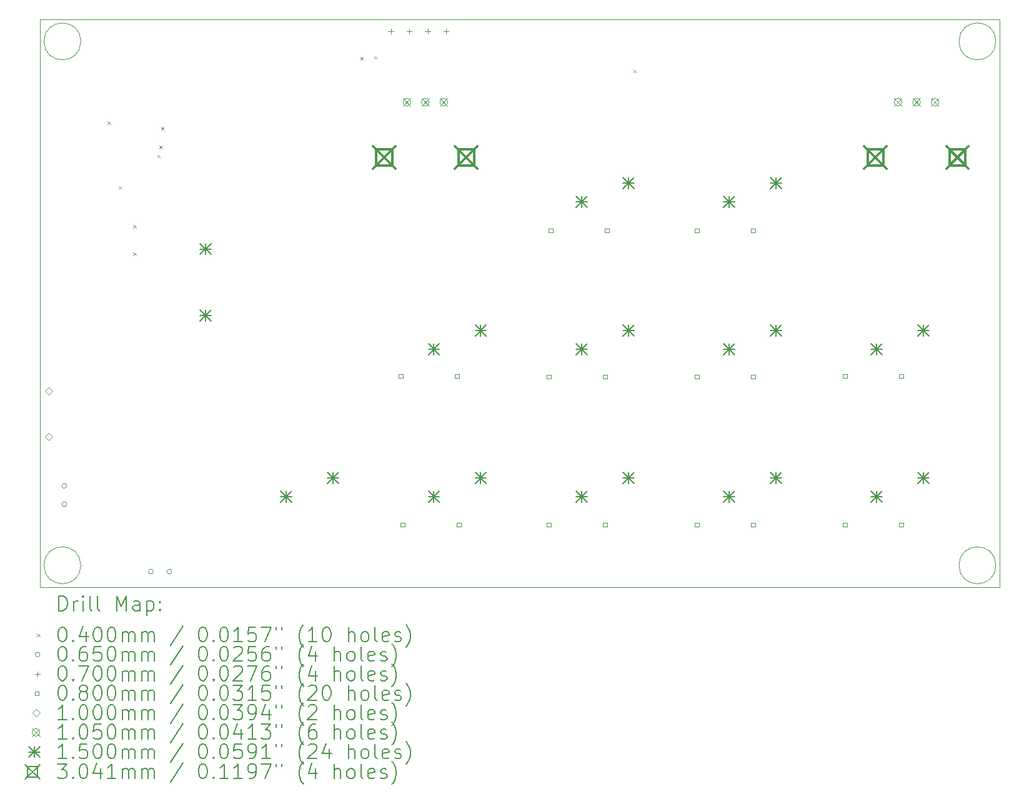
<source format=gbr>
%FSLAX45Y45*%
G04 Gerber Fmt 4.5, Leading zero omitted, Abs format (unit mm)*
G04 Created by KiCad (PCBNEW 6.0.2+dfsg-1) date 2022-08-02 12:10:30*
%MOMM*%
%LPD*%
G01*
G04 APERTURE LIST*
%TA.AperFunction,Profile*%
%ADD10C,0.100000*%
%TD*%
%ADD11C,0.200000*%
%ADD12C,0.040000*%
%ADD13C,0.065000*%
%ADD14C,0.070000*%
%ADD15C,0.080000*%
%ADD16C,0.100000*%
%ADD17C,0.105000*%
%ADD18C,0.150000*%
%ADD19C,0.304140*%
G04 APERTURE END LIST*
D10*
X19617500Y-6777000D02*
G75*
G03*
X19617500Y-6777000I-250000J0D01*
G01*
X19617500Y-13877000D02*
G75*
G03*
X19617500Y-13877000I-250000J0D01*
G01*
X7217500Y-6777000D02*
G75*
G03*
X7217500Y-6777000I-250000J0D01*
G01*
X7217500Y-13877000D02*
G75*
G03*
X7217500Y-13877000I-250000J0D01*
G01*
X6667500Y-6477000D02*
X19667500Y-6477000D01*
X19667500Y-6477000D02*
X19667500Y-14177000D01*
X19667500Y-14177000D02*
X6667500Y-14177000D01*
X6667500Y-14177000D02*
X6667500Y-6477000D01*
D11*
D12*
X7578600Y-7861800D02*
X7618600Y-7901800D01*
X7618600Y-7861800D02*
X7578600Y-7901800D01*
X7728600Y-8736800D02*
X7768600Y-8776800D01*
X7768600Y-8736800D02*
X7728600Y-8776800D01*
X7928600Y-9261800D02*
X7968600Y-9301800D01*
X7968600Y-9261800D02*
X7928600Y-9301800D01*
X7928600Y-9636800D02*
X7968600Y-9676800D01*
X7968600Y-9636800D02*
X7928600Y-9676800D01*
X8253600Y-8311800D02*
X8293600Y-8351800D01*
X8293600Y-8311800D02*
X8253600Y-8351800D01*
X8278600Y-8186800D02*
X8318600Y-8226800D01*
X8318600Y-8186800D02*
X8278600Y-8226800D01*
X8303600Y-7936800D02*
X8343600Y-7976800D01*
X8343600Y-7936800D02*
X8303600Y-7976800D01*
X11003600Y-6986800D02*
X11043600Y-7026800D01*
X11043600Y-6986800D02*
X11003600Y-7026800D01*
X11191041Y-6974241D02*
X11231041Y-7014241D01*
X11231041Y-6974241D02*
X11191041Y-7014241D01*
X14703600Y-7161800D02*
X14743600Y-7201800D01*
X14743600Y-7161800D02*
X14703600Y-7201800D01*
D13*
X7025900Y-12800300D02*
G75*
G03*
X7025900Y-12800300I-32500J0D01*
G01*
X7025900Y-13050300D02*
G75*
G03*
X7025900Y-13050300I-32500J0D01*
G01*
X8199600Y-13962000D02*
G75*
G03*
X8199600Y-13962000I-32500J0D01*
G01*
X8449600Y-13962000D02*
G75*
G03*
X8449600Y-13962000I-32500J0D01*
G01*
D14*
X11418200Y-6601800D02*
X11418200Y-6671800D01*
X11383200Y-6636800D02*
X11453200Y-6636800D01*
X11668200Y-6601800D02*
X11668200Y-6671800D01*
X11633200Y-6636800D02*
X11703200Y-6636800D01*
X11918200Y-6601800D02*
X11918200Y-6671800D01*
X11883200Y-6636800D02*
X11953200Y-6636800D01*
X12168200Y-6601800D02*
X12168200Y-6671800D01*
X12133200Y-6636800D02*
X12203200Y-6636800D01*
D15*
X11582753Y-11339684D02*
X11582753Y-11283115D01*
X11526184Y-11283115D01*
X11526184Y-11339684D01*
X11582753Y-11339684D01*
X11605084Y-13356684D02*
X11605084Y-13300115D01*
X11548515Y-13300115D01*
X11548515Y-13356684D01*
X11605084Y-13356684D01*
X12344753Y-11339684D02*
X12344753Y-11283115D01*
X12288184Y-11283115D01*
X12288184Y-11339684D01*
X12344753Y-11339684D01*
X12367084Y-13356684D02*
X12367084Y-13300115D01*
X12310515Y-13300115D01*
X12310515Y-13356684D01*
X12367084Y-13356684D01*
X13586284Y-11350084D02*
X13586284Y-11293515D01*
X13529715Y-11293515D01*
X13529715Y-11350084D01*
X13586284Y-11350084D01*
X13586284Y-13356684D02*
X13586284Y-13300115D01*
X13529715Y-13300115D01*
X13529715Y-13356684D01*
X13586284Y-13356684D01*
X13611684Y-9368885D02*
X13611684Y-9312316D01*
X13555115Y-9312316D01*
X13555115Y-9368885D01*
X13611684Y-9368885D01*
X14348284Y-11350084D02*
X14348284Y-11293515D01*
X14291715Y-11293515D01*
X14291715Y-11350084D01*
X14348284Y-11350084D01*
X14348284Y-13356684D02*
X14348284Y-13300115D01*
X14291715Y-13300115D01*
X14291715Y-13356684D01*
X14348284Y-13356684D01*
X14373684Y-9368885D02*
X14373684Y-9312316D01*
X14317115Y-9312316D01*
X14317115Y-9368885D01*
X14373684Y-9368885D01*
X15592884Y-9368885D02*
X15592884Y-9312316D01*
X15536315Y-9312316D01*
X15536315Y-9368885D01*
X15592884Y-9368885D01*
X15592884Y-11350084D02*
X15592884Y-11293515D01*
X15536315Y-11293515D01*
X15536315Y-11350084D01*
X15592884Y-11350084D01*
X15592884Y-13356684D02*
X15592884Y-13300115D01*
X15536315Y-13300115D01*
X15536315Y-13356684D01*
X15592884Y-13356684D01*
X16354884Y-9368885D02*
X16354884Y-9312316D01*
X16298315Y-9312316D01*
X16298315Y-9368885D01*
X16354884Y-9368885D01*
X16354884Y-11350084D02*
X16354884Y-11293515D01*
X16298315Y-11293515D01*
X16298315Y-11350084D01*
X16354884Y-11350084D01*
X16354884Y-13356684D02*
X16354884Y-13300115D01*
X16298315Y-13300115D01*
X16298315Y-13356684D01*
X16354884Y-13356684D01*
X17599485Y-11342047D02*
X17599485Y-11285478D01*
X17542916Y-11285478D01*
X17542916Y-11342047D01*
X17599485Y-11342047D01*
X17599485Y-13356684D02*
X17599485Y-13300115D01*
X17542916Y-13300115D01*
X17542916Y-13356684D01*
X17599485Y-13356684D01*
X18361485Y-11342047D02*
X18361485Y-11285478D01*
X18304916Y-11285478D01*
X18304916Y-11342047D01*
X18361485Y-11342047D01*
X18361485Y-13356684D02*
X18361485Y-13300115D01*
X18304916Y-13300115D01*
X18304916Y-13356684D01*
X18361485Y-13356684D01*
D16*
X6781600Y-11562800D02*
X6831600Y-11512800D01*
X6781600Y-11462800D01*
X6731600Y-11512800D01*
X6781600Y-11562800D01*
X6781600Y-12182800D02*
X6831600Y-12132800D01*
X6781600Y-12082800D01*
X6731600Y-12132800D01*
X6781600Y-12182800D01*
D17*
X11583100Y-7547500D02*
X11688100Y-7652500D01*
X11688100Y-7547500D02*
X11583100Y-7652500D01*
X11688100Y-7600000D02*
G75*
G03*
X11688100Y-7600000I-52500J0D01*
G01*
X11833100Y-7547500D02*
X11938100Y-7652500D01*
X11938100Y-7547500D02*
X11833100Y-7652500D01*
X11938100Y-7600000D02*
G75*
G03*
X11938100Y-7600000I-52500J0D01*
G01*
X12083100Y-7547500D02*
X12188100Y-7652500D01*
X12188100Y-7547500D02*
X12083100Y-7652500D01*
X12188100Y-7600000D02*
G75*
G03*
X12188100Y-7600000I-52500J0D01*
G01*
X18239500Y-7547500D02*
X18344500Y-7652500D01*
X18344500Y-7547500D02*
X18239500Y-7652500D01*
X18344500Y-7600000D02*
G75*
G03*
X18344500Y-7600000I-52500J0D01*
G01*
X18489500Y-7547500D02*
X18594500Y-7652500D01*
X18594500Y-7547500D02*
X18489500Y-7652500D01*
X18594500Y-7600000D02*
G75*
G03*
X18594500Y-7600000I-52500J0D01*
G01*
X18739500Y-7547500D02*
X18844500Y-7652500D01*
X18844500Y-7547500D02*
X18739500Y-7652500D01*
X18844500Y-7600000D02*
G75*
G03*
X18844500Y-7600000I-52500J0D01*
G01*
D18*
X8831600Y-9514800D02*
X8981600Y-9664800D01*
X8981600Y-9514800D02*
X8831600Y-9664800D01*
X8906600Y-9514800D02*
X8906600Y-9664800D01*
X8831600Y-9589800D02*
X8981600Y-9589800D01*
X8831600Y-10414800D02*
X8981600Y-10564800D01*
X8981600Y-10414800D02*
X8831600Y-10564800D01*
X8906600Y-10414800D02*
X8906600Y-10564800D01*
X8831600Y-10489800D02*
X8981600Y-10489800D01*
X9927000Y-12872400D02*
X10077000Y-13022400D01*
X10077000Y-12872400D02*
X9927000Y-13022400D01*
X10002000Y-12872400D02*
X10002000Y-13022400D01*
X9927000Y-12947400D02*
X10077000Y-12947400D01*
X10562000Y-12618400D02*
X10712000Y-12768400D01*
X10712000Y-12618400D02*
X10562000Y-12768400D01*
X10637000Y-12618400D02*
X10637000Y-12768400D01*
X10562000Y-12693400D02*
X10712000Y-12693400D01*
X11927000Y-10872400D02*
X12077000Y-11022400D01*
X12077000Y-10872400D02*
X11927000Y-11022400D01*
X12002000Y-10872400D02*
X12002000Y-11022400D01*
X11927000Y-10947400D02*
X12077000Y-10947400D01*
X11927000Y-12872400D02*
X12077000Y-13022400D01*
X12077000Y-12872400D02*
X11927000Y-13022400D01*
X12002000Y-12872400D02*
X12002000Y-13022400D01*
X11927000Y-12947400D02*
X12077000Y-12947400D01*
X12562000Y-10618400D02*
X12712000Y-10768400D01*
X12712000Y-10618400D02*
X12562000Y-10768400D01*
X12637000Y-10618400D02*
X12637000Y-10768400D01*
X12562000Y-10693400D02*
X12712000Y-10693400D01*
X12562000Y-12618400D02*
X12712000Y-12768400D01*
X12712000Y-12618400D02*
X12562000Y-12768400D01*
X12637000Y-12618400D02*
X12637000Y-12768400D01*
X12562000Y-12693400D02*
X12712000Y-12693400D01*
X13927000Y-8872400D02*
X14077000Y-9022400D01*
X14077000Y-8872400D02*
X13927000Y-9022400D01*
X14002000Y-8872400D02*
X14002000Y-9022400D01*
X13927000Y-8947400D02*
X14077000Y-8947400D01*
X13927000Y-10872400D02*
X14077000Y-11022400D01*
X14077000Y-10872400D02*
X13927000Y-11022400D01*
X14002000Y-10872400D02*
X14002000Y-11022400D01*
X13927000Y-10947400D02*
X14077000Y-10947400D01*
X13927000Y-12872400D02*
X14077000Y-13022400D01*
X14077000Y-12872400D02*
X13927000Y-13022400D01*
X14002000Y-12872400D02*
X14002000Y-13022400D01*
X13927000Y-12947400D02*
X14077000Y-12947400D01*
X14562000Y-8618400D02*
X14712000Y-8768400D01*
X14712000Y-8618400D02*
X14562000Y-8768400D01*
X14637000Y-8618400D02*
X14637000Y-8768400D01*
X14562000Y-8693400D02*
X14712000Y-8693400D01*
X14562000Y-10618400D02*
X14712000Y-10768400D01*
X14712000Y-10618400D02*
X14562000Y-10768400D01*
X14637000Y-10618400D02*
X14637000Y-10768400D01*
X14562000Y-10693400D02*
X14712000Y-10693400D01*
X14562000Y-12618400D02*
X14712000Y-12768400D01*
X14712000Y-12618400D02*
X14562000Y-12768400D01*
X14637000Y-12618400D02*
X14637000Y-12768400D01*
X14562000Y-12693400D02*
X14712000Y-12693400D01*
X15927000Y-8872400D02*
X16077000Y-9022400D01*
X16077000Y-8872400D02*
X15927000Y-9022400D01*
X16002000Y-8872400D02*
X16002000Y-9022400D01*
X15927000Y-8947400D02*
X16077000Y-8947400D01*
X15927000Y-10872400D02*
X16077000Y-11022400D01*
X16077000Y-10872400D02*
X15927000Y-11022400D01*
X16002000Y-10872400D02*
X16002000Y-11022400D01*
X15927000Y-10947400D02*
X16077000Y-10947400D01*
X15927000Y-12872400D02*
X16077000Y-13022400D01*
X16077000Y-12872400D02*
X15927000Y-13022400D01*
X16002000Y-12872400D02*
X16002000Y-13022400D01*
X15927000Y-12947400D02*
X16077000Y-12947400D01*
X16562000Y-8618400D02*
X16712000Y-8768400D01*
X16712000Y-8618400D02*
X16562000Y-8768400D01*
X16637000Y-8618400D02*
X16637000Y-8768400D01*
X16562000Y-8693400D02*
X16712000Y-8693400D01*
X16562000Y-10618400D02*
X16712000Y-10768400D01*
X16712000Y-10618400D02*
X16562000Y-10768400D01*
X16637000Y-10618400D02*
X16637000Y-10768400D01*
X16562000Y-10693400D02*
X16712000Y-10693400D01*
X16562000Y-12618400D02*
X16712000Y-12768400D01*
X16712000Y-12618400D02*
X16562000Y-12768400D01*
X16637000Y-12618400D02*
X16637000Y-12768400D01*
X16562000Y-12693400D02*
X16712000Y-12693400D01*
X17927000Y-10872400D02*
X18077000Y-11022400D01*
X18077000Y-10872400D02*
X17927000Y-11022400D01*
X18002000Y-10872400D02*
X18002000Y-11022400D01*
X17927000Y-10947400D02*
X18077000Y-10947400D01*
X17927000Y-12872400D02*
X18077000Y-13022400D01*
X18077000Y-12872400D02*
X17927000Y-13022400D01*
X18002000Y-12872400D02*
X18002000Y-13022400D01*
X17927000Y-12947400D02*
X18077000Y-12947400D01*
X18562000Y-10618400D02*
X18712000Y-10768400D01*
X18712000Y-10618400D02*
X18562000Y-10768400D01*
X18637000Y-10618400D02*
X18637000Y-10768400D01*
X18562000Y-10693400D02*
X18712000Y-10693400D01*
X18562000Y-12618400D02*
X18712000Y-12768400D01*
X18712000Y-12618400D02*
X18562000Y-12768400D01*
X18637000Y-12618400D02*
X18637000Y-12768400D01*
X18562000Y-12693400D02*
X18712000Y-12693400D01*
D19*
X11178530Y-8197930D02*
X11482670Y-8502070D01*
X11482670Y-8197930D02*
X11178530Y-8502070D01*
X11438131Y-8457531D02*
X11438131Y-8242469D01*
X11223069Y-8242469D01*
X11223069Y-8457531D01*
X11438131Y-8457531D01*
X12288530Y-8197930D02*
X12592670Y-8502070D01*
X12592670Y-8197930D02*
X12288530Y-8502070D01*
X12548131Y-8457531D02*
X12548131Y-8242469D01*
X12333069Y-8242469D01*
X12333069Y-8457531D01*
X12548131Y-8457531D01*
X17834930Y-8197930D02*
X18139070Y-8502070D01*
X18139070Y-8197930D02*
X17834930Y-8502070D01*
X18094531Y-8457531D02*
X18094531Y-8242469D01*
X17879469Y-8242469D01*
X17879469Y-8457531D01*
X18094531Y-8457531D01*
X18944930Y-8197930D02*
X19249070Y-8502070D01*
X19249070Y-8197930D02*
X18944930Y-8502070D01*
X19204531Y-8457531D02*
X19204531Y-8242469D01*
X18989469Y-8242469D01*
X18989469Y-8457531D01*
X19204531Y-8457531D01*
D11*
X6920119Y-14492476D02*
X6920119Y-14292476D01*
X6967738Y-14292476D01*
X6996309Y-14302000D01*
X7015357Y-14321048D01*
X7024881Y-14340095D01*
X7034405Y-14378190D01*
X7034405Y-14406762D01*
X7024881Y-14444857D01*
X7015357Y-14463905D01*
X6996309Y-14482952D01*
X6967738Y-14492476D01*
X6920119Y-14492476D01*
X7120119Y-14492476D02*
X7120119Y-14359143D01*
X7120119Y-14397238D02*
X7129643Y-14378190D01*
X7139167Y-14368667D01*
X7158214Y-14359143D01*
X7177262Y-14359143D01*
X7243928Y-14492476D02*
X7243928Y-14359143D01*
X7243928Y-14292476D02*
X7234405Y-14302000D01*
X7243928Y-14311524D01*
X7253452Y-14302000D01*
X7243928Y-14292476D01*
X7243928Y-14311524D01*
X7367738Y-14492476D02*
X7348690Y-14482952D01*
X7339167Y-14463905D01*
X7339167Y-14292476D01*
X7472500Y-14492476D02*
X7453452Y-14482952D01*
X7443928Y-14463905D01*
X7443928Y-14292476D01*
X7701071Y-14492476D02*
X7701071Y-14292476D01*
X7767738Y-14435333D01*
X7834405Y-14292476D01*
X7834405Y-14492476D01*
X8015357Y-14492476D02*
X8015357Y-14387714D01*
X8005833Y-14368667D01*
X7986786Y-14359143D01*
X7948690Y-14359143D01*
X7929643Y-14368667D01*
X8015357Y-14482952D02*
X7996309Y-14492476D01*
X7948690Y-14492476D01*
X7929643Y-14482952D01*
X7920119Y-14463905D01*
X7920119Y-14444857D01*
X7929643Y-14425809D01*
X7948690Y-14416286D01*
X7996309Y-14416286D01*
X8015357Y-14406762D01*
X8110595Y-14359143D02*
X8110595Y-14559143D01*
X8110595Y-14368667D02*
X8129643Y-14359143D01*
X8167738Y-14359143D01*
X8186786Y-14368667D01*
X8196309Y-14378190D01*
X8205833Y-14397238D01*
X8205833Y-14454381D01*
X8196309Y-14473428D01*
X8186786Y-14482952D01*
X8167738Y-14492476D01*
X8129643Y-14492476D01*
X8110595Y-14482952D01*
X8291548Y-14473428D02*
X8301071Y-14482952D01*
X8291548Y-14492476D01*
X8282024Y-14482952D01*
X8291548Y-14473428D01*
X8291548Y-14492476D01*
X8291548Y-14368667D02*
X8301071Y-14378190D01*
X8291548Y-14387714D01*
X8282024Y-14378190D01*
X8291548Y-14368667D01*
X8291548Y-14387714D01*
D12*
X6622500Y-14802000D02*
X6662500Y-14842000D01*
X6662500Y-14802000D02*
X6622500Y-14842000D01*
D11*
X6958214Y-14712476D02*
X6977262Y-14712476D01*
X6996309Y-14722000D01*
X7005833Y-14731524D01*
X7015357Y-14750571D01*
X7024881Y-14788667D01*
X7024881Y-14836286D01*
X7015357Y-14874381D01*
X7005833Y-14893428D01*
X6996309Y-14902952D01*
X6977262Y-14912476D01*
X6958214Y-14912476D01*
X6939167Y-14902952D01*
X6929643Y-14893428D01*
X6920119Y-14874381D01*
X6910595Y-14836286D01*
X6910595Y-14788667D01*
X6920119Y-14750571D01*
X6929643Y-14731524D01*
X6939167Y-14722000D01*
X6958214Y-14712476D01*
X7110595Y-14893428D02*
X7120119Y-14902952D01*
X7110595Y-14912476D01*
X7101071Y-14902952D01*
X7110595Y-14893428D01*
X7110595Y-14912476D01*
X7291548Y-14779143D02*
X7291548Y-14912476D01*
X7243928Y-14702952D02*
X7196309Y-14845809D01*
X7320119Y-14845809D01*
X7434405Y-14712476D02*
X7453452Y-14712476D01*
X7472500Y-14722000D01*
X7482024Y-14731524D01*
X7491548Y-14750571D01*
X7501071Y-14788667D01*
X7501071Y-14836286D01*
X7491548Y-14874381D01*
X7482024Y-14893428D01*
X7472500Y-14902952D01*
X7453452Y-14912476D01*
X7434405Y-14912476D01*
X7415357Y-14902952D01*
X7405833Y-14893428D01*
X7396309Y-14874381D01*
X7386786Y-14836286D01*
X7386786Y-14788667D01*
X7396309Y-14750571D01*
X7405833Y-14731524D01*
X7415357Y-14722000D01*
X7434405Y-14712476D01*
X7624881Y-14712476D02*
X7643928Y-14712476D01*
X7662976Y-14722000D01*
X7672500Y-14731524D01*
X7682024Y-14750571D01*
X7691548Y-14788667D01*
X7691548Y-14836286D01*
X7682024Y-14874381D01*
X7672500Y-14893428D01*
X7662976Y-14902952D01*
X7643928Y-14912476D01*
X7624881Y-14912476D01*
X7605833Y-14902952D01*
X7596309Y-14893428D01*
X7586786Y-14874381D01*
X7577262Y-14836286D01*
X7577262Y-14788667D01*
X7586786Y-14750571D01*
X7596309Y-14731524D01*
X7605833Y-14722000D01*
X7624881Y-14712476D01*
X7777262Y-14912476D02*
X7777262Y-14779143D01*
X7777262Y-14798190D02*
X7786786Y-14788667D01*
X7805833Y-14779143D01*
X7834405Y-14779143D01*
X7853452Y-14788667D01*
X7862976Y-14807714D01*
X7862976Y-14912476D01*
X7862976Y-14807714D02*
X7872500Y-14788667D01*
X7891548Y-14779143D01*
X7920119Y-14779143D01*
X7939167Y-14788667D01*
X7948690Y-14807714D01*
X7948690Y-14912476D01*
X8043928Y-14912476D02*
X8043928Y-14779143D01*
X8043928Y-14798190D02*
X8053452Y-14788667D01*
X8072500Y-14779143D01*
X8101071Y-14779143D01*
X8120119Y-14788667D01*
X8129643Y-14807714D01*
X8129643Y-14912476D01*
X8129643Y-14807714D02*
X8139167Y-14788667D01*
X8158214Y-14779143D01*
X8186786Y-14779143D01*
X8205833Y-14788667D01*
X8215357Y-14807714D01*
X8215357Y-14912476D01*
X8605833Y-14702952D02*
X8434405Y-14960095D01*
X8862976Y-14712476D02*
X8882024Y-14712476D01*
X8901071Y-14722000D01*
X8910595Y-14731524D01*
X8920119Y-14750571D01*
X8929643Y-14788667D01*
X8929643Y-14836286D01*
X8920119Y-14874381D01*
X8910595Y-14893428D01*
X8901071Y-14902952D01*
X8882024Y-14912476D01*
X8862976Y-14912476D01*
X8843929Y-14902952D01*
X8834405Y-14893428D01*
X8824881Y-14874381D01*
X8815357Y-14836286D01*
X8815357Y-14788667D01*
X8824881Y-14750571D01*
X8834405Y-14731524D01*
X8843929Y-14722000D01*
X8862976Y-14712476D01*
X9015357Y-14893428D02*
X9024881Y-14902952D01*
X9015357Y-14912476D01*
X9005833Y-14902952D01*
X9015357Y-14893428D01*
X9015357Y-14912476D01*
X9148690Y-14712476D02*
X9167738Y-14712476D01*
X9186786Y-14722000D01*
X9196310Y-14731524D01*
X9205833Y-14750571D01*
X9215357Y-14788667D01*
X9215357Y-14836286D01*
X9205833Y-14874381D01*
X9196310Y-14893428D01*
X9186786Y-14902952D01*
X9167738Y-14912476D01*
X9148690Y-14912476D01*
X9129643Y-14902952D01*
X9120119Y-14893428D01*
X9110595Y-14874381D01*
X9101071Y-14836286D01*
X9101071Y-14788667D01*
X9110595Y-14750571D01*
X9120119Y-14731524D01*
X9129643Y-14722000D01*
X9148690Y-14712476D01*
X9405833Y-14912476D02*
X9291548Y-14912476D01*
X9348690Y-14912476D02*
X9348690Y-14712476D01*
X9329643Y-14741048D01*
X9310595Y-14760095D01*
X9291548Y-14769619D01*
X9586786Y-14712476D02*
X9491548Y-14712476D01*
X9482024Y-14807714D01*
X9491548Y-14798190D01*
X9510595Y-14788667D01*
X9558214Y-14788667D01*
X9577262Y-14798190D01*
X9586786Y-14807714D01*
X9596310Y-14826762D01*
X9596310Y-14874381D01*
X9586786Y-14893428D01*
X9577262Y-14902952D01*
X9558214Y-14912476D01*
X9510595Y-14912476D01*
X9491548Y-14902952D01*
X9482024Y-14893428D01*
X9662976Y-14712476D02*
X9796310Y-14712476D01*
X9710595Y-14912476D01*
X9862976Y-14712476D02*
X9862976Y-14750571D01*
X9939167Y-14712476D02*
X9939167Y-14750571D01*
X10234405Y-14988667D02*
X10224881Y-14979143D01*
X10205833Y-14950571D01*
X10196310Y-14931524D01*
X10186786Y-14902952D01*
X10177262Y-14855333D01*
X10177262Y-14817238D01*
X10186786Y-14769619D01*
X10196310Y-14741048D01*
X10205833Y-14722000D01*
X10224881Y-14693428D01*
X10234405Y-14683905D01*
X10415357Y-14912476D02*
X10301071Y-14912476D01*
X10358214Y-14912476D02*
X10358214Y-14712476D01*
X10339167Y-14741048D01*
X10320119Y-14760095D01*
X10301071Y-14769619D01*
X10539167Y-14712476D02*
X10558214Y-14712476D01*
X10577262Y-14722000D01*
X10586786Y-14731524D01*
X10596310Y-14750571D01*
X10605833Y-14788667D01*
X10605833Y-14836286D01*
X10596310Y-14874381D01*
X10586786Y-14893428D01*
X10577262Y-14902952D01*
X10558214Y-14912476D01*
X10539167Y-14912476D01*
X10520119Y-14902952D01*
X10510595Y-14893428D01*
X10501071Y-14874381D01*
X10491548Y-14836286D01*
X10491548Y-14788667D01*
X10501071Y-14750571D01*
X10510595Y-14731524D01*
X10520119Y-14722000D01*
X10539167Y-14712476D01*
X10843929Y-14912476D02*
X10843929Y-14712476D01*
X10929643Y-14912476D02*
X10929643Y-14807714D01*
X10920119Y-14788667D01*
X10901071Y-14779143D01*
X10872500Y-14779143D01*
X10853452Y-14788667D01*
X10843929Y-14798190D01*
X11053452Y-14912476D02*
X11034405Y-14902952D01*
X11024881Y-14893428D01*
X11015357Y-14874381D01*
X11015357Y-14817238D01*
X11024881Y-14798190D01*
X11034405Y-14788667D01*
X11053452Y-14779143D01*
X11082024Y-14779143D01*
X11101071Y-14788667D01*
X11110595Y-14798190D01*
X11120119Y-14817238D01*
X11120119Y-14874381D01*
X11110595Y-14893428D01*
X11101071Y-14902952D01*
X11082024Y-14912476D01*
X11053452Y-14912476D01*
X11234405Y-14912476D02*
X11215357Y-14902952D01*
X11205833Y-14883905D01*
X11205833Y-14712476D01*
X11386786Y-14902952D02*
X11367738Y-14912476D01*
X11329643Y-14912476D01*
X11310595Y-14902952D01*
X11301071Y-14883905D01*
X11301071Y-14807714D01*
X11310595Y-14788667D01*
X11329643Y-14779143D01*
X11367738Y-14779143D01*
X11386786Y-14788667D01*
X11396309Y-14807714D01*
X11396309Y-14826762D01*
X11301071Y-14845809D01*
X11472500Y-14902952D02*
X11491548Y-14912476D01*
X11529643Y-14912476D01*
X11548690Y-14902952D01*
X11558214Y-14883905D01*
X11558214Y-14874381D01*
X11548690Y-14855333D01*
X11529643Y-14845809D01*
X11501071Y-14845809D01*
X11482024Y-14836286D01*
X11472500Y-14817238D01*
X11472500Y-14807714D01*
X11482024Y-14788667D01*
X11501071Y-14779143D01*
X11529643Y-14779143D01*
X11548690Y-14788667D01*
X11624881Y-14988667D02*
X11634405Y-14979143D01*
X11653452Y-14950571D01*
X11662976Y-14931524D01*
X11672500Y-14902952D01*
X11682024Y-14855333D01*
X11682024Y-14817238D01*
X11672500Y-14769619D01*
X11662976Y-14741048D01*
X11653452Y-14722000D01*
X11634405Y-14693428D01*
X11624881Y-14683905D01*
D13*
X6662500Y-15086000D02*
G75*
G03*
X6662500Y-15086000I-32500J0D01*
G01*
D11*
X6958214Y-14976476D02*
X6977262Y-14976476D01*
X6996309Y-14986000D01*
X7005833Y-14995524D01*
X7015357Y-15014571D01*
X7024881Y-15052667D01*
X7024881Y-15100286D01*
X7015357Y-15138381D01*
X7005833Y-15157428D01*
X6996309Y-15166952D01*
X6977262Y-15176476D01*
X6958214Y-15176476D01*
X6939167Y-15166952D01*
X6929643Y-15157428D01*
X6920119Y-15138381D01*
X6910595Y-15100286D01*
X6910595Y-15052667D01*
X6920119Y-15014571D01*
X6929643Y-14995524D01*
X6939167Y-14986000D01*
X6958214Y-14976476D01*
X7110595Y-15157428D02*
X7120119Y-15166952D01*
X7110595Y-15176476D01*
X7101071Y-15166952D01*
X7110595Y-15157428D01*
X7110595Y-15176476D01*
X7291548Y-14976476D02*
X7253452Y-14976476D01*
X7234405Y-14986000D01*
X7224881Y-14995524D01*
X7205833Y-15024095D01*
X7196309Y-15062190D01*
X7196309Y-15138381D01*
X7205833Y-15157428D01*
X7215357Y-15166952D01*
X7234405Y-15176476D01*
X7272500Y-15176476D01*
X7291548Y-15166952D01*
X7301071Y-15157428D01*
X7310595Y-15138381D01*
X7310595Y-15090762D01*
X7301071Y-15071714D01*
X7291548Y-15062190D01*
X7272500Y-15052667D01*
X7234405Y-15052667D01*
X7215357Y-15062190D01*
X7205833Y-15071714D01*
X7196309Y-15090762D01*
X7491548Y-14976476D02*
X7396309Y-14976476D01*
X7386786Y-15071714D01*
X7396309Y-15062190D01*
X7415357Y-15052667D01*
X7462976Y-15052667D01*
X7482024Y-15062190D01*
X7491548Y-15071714D01*
X7501071Y-15090762D01*
X7501071Y-15138381D01*
X7491548Y-15157428D01*
X7482024Y-15166952D01*
X7462976Y-15176476D01*
X7415357Y-15176476D01*
X7396309Y-15166952D01*
X7386786Y-15157428D01*
X7624881Y-14976476D02*
X7643928Y-14976476D01*
X7662976Y-14986000D01*
X7672500Y-14995524D01*
X7682024Y-15014571D01*
X7691548Y-15052667D01*
X7691548Y-15100286D01*
X7682024Y-15138381D01*
X7672500Y-15157428D01*
X7662976Y-15166952D01*
X7643928Y-15176476D01*
X7624881Y-15176476D01*
X7605833Y-15166952D01*
X7596309Y-15157428D01*
X7586786Y-15138381D01*
X7577262Y-15100286D01*
X7577262Y-15052667D01*
X7586786Y-15014571D01*
X7596309Y-14995524D01*
X7605833Y-14986000D01*
X7624881Y-14976476D01*
X7777262Y-15176476D02*
X7777262Y-15043143D01*
X7777262Y-15062190D02*
X7786786Y-15052667D01*
X7805833Y-15043143D01*
X7834405Y-15043143D01*
X7853452Y-15052667D01*
X7862976Y-15071714D01*
X7862976Y-15176476D01*
X7862976Y-15071714D02*
X7872500Y-15052667D01*
X7891548Y-15043143D01*
X7920119Y-15043143D01*
X7939167Y-15052667D01*
X7948690Y-15071714D01*
X7948690Y-15176476D01*
X8043928Y-15176476D02*
X8043928Y-15043143D01*
X8043928Y-15062190D02*
X8053452Y-15052667D01*
X8072500Y-15043143D01*
X8101071Y-15043143D01*
X8120119Y-15052667D01*
X8129643Y-15071714D01*
X8129643Y-15176476D01*
X8129643Y-15071714D02*
X8139167Y-15052667D01*
X8158214Y-15043143D01*
X8186786Y-15043143D01*
X8205833Y-15052667D01*
X8215357Y-15071714D01*
X8215357Y-15176476D01*
X8605833Y-14966952D02*
X8434405Y-15224095D01*
X8862976Y-14976476D02*
X8882024Y-14976476D01*
X8901071Y-14986000D01*
X8910595Y-14995524D01*
X8920119Y-15014571D01*
X8929643Y-15052667D01*
X8929643Y-15100286D01*
X8920119Y-15138381D01*
X8910595Y-15157428D01*
X8901071Y-15166952D01*
X8882024Y-15176476D01*
X8862976Y-15176476D01*
X8843929Y-15166952D01*
X8834405Y-15157428D01*
X8824881Y-15138381D01*
X8815357Y-15100286D01*
X8815357Y-15052667D01*
X8824881Y-15014571D01*
X8834405Y-14995524D01*
X8843929Y-14986000D01*
X8862976Y-14976476D01*
X9015357Y-15157428D02*
X9024881Y-15166952D01*
X9015357Y-15176476D01*
X9005833Y-15166952D01*
X9015357Y-15157428D01*
X9015357Y-15176476D01*
X9148690Y-14976476D02*
X9167738Y-14976476D01*
X9186786Y-14986000D01*
X9196310Y-14995524D01*
X9205833Y-15014571D01*
X9215357Y-15052667D01*
X9215357Y-15100286D01*
X9205833Y-15138381D01*
X9196310Y-15157428D01*
X9186786Y-15166952D01*
X9167738Y-15176476D01*
X9148690Y-15176476D01*
X9129643Y-15166952D01*
X9120119Y-15157428D01*
X9110595Y-15138381D01*
X9101071Y-15100286D01*
X9101071Y-15052667D01*
X9110595Y-15014571D01*
X9120119Y-14995524D01*
X9129643Y-14986000D01*
X9148690Y-14976476D01*
X9291548Y-14995524D02*
X9301071Y-14986000D01*
X9320119Y-14976476D01*
X9367738Y-14976476D01*
X9386786Y-14986000D01*
X9396310Y-14995524D01*
X9405833Y-15014571D01*
X9405833Y-15033619D01*
X9396310Y-15062190D01*
X9282024Y-15176476D01*
X9405833Y-15176476D01*
X9586786Y-14976476D02*
X9491548Y-14976476D01*
X9482024Y-15071714D01*
X9491548Y-15062190D01*
X9510595Y-15052667D01*
X9558214Y-15052667D01*
X9577262Y-15062190D01*
X9586786Y-15071714D01*
X9596310Y-15090762D01*
X9596310Y-15138381D01*
X9586786Y-15157428D01*
X9577262Y-15166952D01*
X9558214Y-15176476D01*
X9510595Y-15176476D01*
X9491548Y-15166952D01*
X9482024Y-15157428D01*
X9767738Y-14976476D02*
X9729643Y-14976476D01*
X9710595Y-14986000D01*
X9701071Y-14995524D01*
X9682024Y-15024095D01*
X9672500Y-15062190D01*
X9672500Y-15138381D01*
X9682024Y-15157428D01*
X9691548Y-15166952D01*
X9710595Y-15176476D01*
X9748690Y-15176476D01*
X9767738Y-15166952D01*
X9777262Y-15157428D01*
X9786786Y-15138381D01*
X9786786Y-15090762D01*
X9777262Y-15071714D01*
X9767738Y-15062190D01*
X9748690Y-15052667D01*
X9710595Y-15052667D01*
X9691548Y-15062190D01*
X9682024Y-15071714D01*
X9672500Y-15090762D01*
X9862976Y-14976476D02*
X9862976Y-15014571D01*
X9939167Y-14976476D02*
X9939167Y-15014571D01*
X10234405Y-15252667D02*
X10224881Y-15243143D01*
X10205833Y-15214571D01*
X10196310Y-15195524D01*
X10186786Y-15166952D01*
X10177262Y-15119333D01*
X10177262Y-15081238D01*
X10186786Y-15033619D01*
X10196310Y-15005048D01*
X10205833Y-14986000D01*
X10224881Y-14957428D01*
X10234405Y-14947905D01*
X10396310Y-15043143D02*
X10396310Y-15176476D01*
X10348690Y-14966952D02*
X10301071Y-15109809D01*
X10424881Y-15109809D01*
X10653452Y-15176476D02*
X10653452Y-14976476D01*
X10739167Y-15176476D02*
X10739167Y-15071714D01*
X10729643Y-15052667D01*
X10710595Y-15043143D01*
X10682024Y-15043143D01*
X10662976Y-15052667D01*
X10653452Y-15062190D01*
X10862976Y-15176476D02*
X10843929Y-15166952D01*
X10834405Y-15157428D01*
X10824881Y-15138381D01*
X10824881Y-15081238D01*
X10834405Y-15062190D01*
X10843929Y-15052667D01*
X10862976Y-15043143D01*
X10891548Y-15043143D01*
X10910595Y-15052667D01*
X10920119Y-15062190D01*
X10929643Y-15081238D01*
X10929643Y-15138381D01*
X10920119Y-15157428D01*
X10910595Y-15166952D01*
X10891548Y-15176476D01*
X10862976Y-15176476D01*
X11043929Y-15176476D02*
X11024881Y-15166952D01*
X11015357Y-15147905D01*
X11015357Y-14976476D01*
X11196309Y-15166952D02*
X11177262Y-15176476D01*
X11139167Y-15176476D01*
X11120119Y-15166952D01*
X11110595Y-15147905D01*
X11110595Y-15071714D01*
X11120119Y-15052667D01*
X11139167Y-15043143D01*
X11177262Y-15043143D01*
X11196309Y-15052667D01*
X11205833Y-15071714D01*
X11205833Y-15090762D01*
X11110595Y-15109809D01*
X11282024Y-15166952D02*
X11301071Y-15176476D01*
X11339167Y-15176476D01*
X11358214Y-15166952D01*
X11367738Y-15147905D01*
X11367738Y-15138381D01*
X11358214Y-15119333D01*
X11339167Y-15109809D01*
X11310595Y-15109809D01*
X11291548Y-15100286D01*
X11282024Y-15081238D01*
X11282024Y-15071714D01*
X11291548Y-15052667D01*
X11310595Y-15043143D01*
X11339167Y-15043143D01*
X11358214Y-15052667D01*
X11434405Y-15252667D02*
X11443928Y-15243143D01*
X11462976Y-15214571D01*
X11472500Y-15195524D01*
X11482024Y-15166952D01*
X11491548Y-15119333D01*
X11491548Y-15081238D01*
X11482024Y-15033619D01*
X11472500Y-15005048D01*
X11462976Y-14986000D01*
X11443928Y-14957428D01*
X11434405Y-14947905D01*
D14*
X6627500Y-15315000D02*
X6627500Y-15385000D01*
X6592500Y-15350000D02*
X6662500Y-15350000D01*
D11*
X6958214Y-15240476D02*
X6977262Y-15240476D01*
X6996309Y-15250000D01*
X7005833Y-15259524D01*
X7015357Y-15278571D01*
X7024881Y-15316667D01*
X7024881Y-15364286D01*
X7015357Y-15402381D01*
X7005833Y-15421428D01*
X6996309Y-15430952D01*
X6977262Y-15440476D01*
X6958214Y-15440476D01*
X6939167Y-15430952D01*
X6929643Y-15421428D01*
X6920119Y-15402381D01*
X6910595Y-15364286D01*
X6910595Y-15316667D01*
X6920119Y-15278571D01*
X6929643Y-15259524D01*
X6939167Y-15250000D01*
X6958214Y-15240476D01*
X7110595Y-15421428D02*
X7120119Y-15430952D01*
X7110595Y-15440476D01*
X7101071Y-15430952D01*
X7110595Y-15421428D01*
X7110595Y-15440476D01*
X7186786Y-15240476D02*
X7320119Y-15240476D01*
X7234405Y-15440476D01*
X7434405Y-15240476D02*
X7453452Y-15240476D01*
X7472500Y-15250000D01*
X7482024Y-15259524D01*
X7491548Y-15278571D01*
X7501071Y-15316667D01*
X7501071Y-15364286D01*
X7491548Y-15402381D01*
X7482024Y-15421428D01*
X7472500Y-15430952D01*
X7453452Y-15440476D01*
X7434405Y-15440476D01*
X7415357Y-15430952D01*
X7405833Y-15421428D01*
X7396309Y-15402381D01*
X7386786Y-15364286D01*
X7386786Y-15316667D01*
X7396309Y-15278571D01*
X7405833Y-15259524D01*
X7415357Y-15250000D01*
X7434405Y-15240476D01*
X7624881Y-15240476D02*
X7643928Y-15240476D01*
X7662976Y-15250000D01*
X7672500Y-15259524D01*
X7682024Y-15278571D01*
X7691548Y-15316667D01*
X7691548Y-15364286D01*
X7682024Y-15402381D01*
X7672500Y-15421428D01*
X7662976Y-15430952D01*
X7643928Y-15440476D01*
X7624881Y-15440476D01*
X7605833Y-15430952D01*
X7596309Y-15421428D01*
X7586786Y-15402381D01*
X7577262Y-15364286D01*
X7577262Y-15316667D01*
X7586786Y-15278571D01*
X7596309Y-15259524D01*
X7605833Y-15250000D01*
X7624881Y-15240476D01*
X7777262Y-15440476D02*
X7777262Y-15307143D01*
X7777262Y-15326190D02*
X7786786Y-15316667D01*
X7805833Y-15307143D01*
X7834405Y-15307143D01*
X7853452Y-15316667D01*
X7862976Y-15335714D01*
X7862976Y-15440476D01*
X7862976Y-15335714D02*
X7872500Y-15316667D01*
X7891548Y-15307143D01*
X7920119Y-15307143D01*
X7939167Y-15316667D01*
X7948690Y-15335714D01*
X7948690Y-15440476D01*
X8043928Y-15440476D02*
X8043928Y-15307143D01*
X8043928Y-15326190D02*
X8053452Y-15316667D01*
X8072500Y-15307143D01*
X8101071Y-15307143D01*
X8120119Y-15316667D01*
X8129643Y-15335714D01*
X8129643Y-15440476D01*
X8129643Y-15335714D02*
X8139167Y-15316667D01*
X8158214Y-15307143D01*
X8186786Y-15307143D01*
X8205833Y-15316667D01*
X8215357Y-15335714D01*
X8215357Y-15440476D01*
X8605833Y-15230952D02*
X8434405Y-15488095D01*
X8862976Y-15240476D02*
X8882024Y-15240476D01*
X8901071Y-15250000D01*
X8910595Y-15259524D01*
X8920119Y-15278571D01*
X8929643Y-15316667D01*
X8929643Y-15364286D01*
X8920119Y-15402381D01*
X8910595Y-15421428D01*
X8901071Y-15430952D01*
X8882024Y-15440476D01*
X8862976Y-15440476D01*
X8843929Y-15430952D01*
X8834405Y-15421428D01*
X8824881Y-15402381D01*
X8815357Y-15364286D01*
X8815357Y-15316667D01*
X8824881Y-15278571D01*
X8834405Y-15259524D01*
X8843929Y-15250000D01*
X8862976Y-15240476D01*
X9015357Y-15421428D02*
X9024881Y-15430952D01*
X9015357Y-15440476D01*
X9005833Y-15430952D01*
X9015357Y-15421428D01*
X9015357Y-15440476D01*
X9148690Y-15240476D02*
X9167738Y-15240476D01*
X9186786Y-15250000D01*
X9196310Y-15259524D01*
X9205833Y-15278571D01*
X9215357Y-15316667D01*
X9215357Y-15364286D01*
X9205833Y-15402381D01*
X9196310Y-15421428D01*
X9186786Y-15430952D01*
X9167738Y-15440476D01*
X9148690Y-15440476D01*
X9129643Y-15430952D01*
X9120119Y-15421428D01*
X9110595Y-15402381D01*
X9101071Y-15364286D01*
X9101071Y-15316667D01*
X9110595Y-15278571D01*
X9120119Y-15259524D01*
X9129643Y-15250000D01*
X9148690Y-15240476D01*
X9291548Y-15259524D02*
X9301071Y-15250000D01*
X9320119Y-15240476D01*
X9367738Y-15240476D01*
X9386786Y-15250000D01*
X9396310Y-15259524D01*
X9405833Y-15278571D01*
X9405833Y-15297619D01*
X9396310Y-15326190D01*
X9282024Y-15440476D01*
X9405833Y-15440476D01*
X9472500Y-15240476D02*
X9605833Y-15240476D01*
X9520119Y-15440476D01*
X9767738Y-15240476D02*
X9729643Y-15240476D01*
X9710595Y-15250000D01*
X9701071Y-15259524D01*
X9682024Y-15288095D01*
X9672500Y-15326190D01*
X9672500Y-15402381D01*
X9682024Y-15421428D01*
X9691548Y-15430952D01*
X9710595Y-15440476D01*
X9748690Y-15440476D01*
X9767738Y-15430952D01*
X9777262Y-15421428D01*
X9786786Y-15402381D01*
X9786786Y-15354762D01*
X9777262Y-15335714D01*
X9767738Y-15326190D01*
X9748690Y-15316667D01*
X9710595Y-15316667D01*
X9691548Y-15326190D01*
X9682024Y-15335714D01*
X9672500Y-15354762D01*
X9862976Y-15240476D02*
X9862976Y-15278571D01*
X9939167Y-15240476D02*
X9939167Y-15278571D01*
X10234405Y-15516667D02*
X10224881Y-15507143D01*
X10205833Y-15478571D01*
X10196310Y-15459524D01*
X10186786Y-15430952D01*
X10177262Y-15383333D01*
X10177262Y-15345238D01*
X10186786Y-15297619D01*
X10196310Y-15269048D01*
X10205833Y-15250000D01*
X10224881Y-15221428D01*
X10234405Y-15211905D01*
X10396310Y-15307143D02*
X10396310Y-15440476D01*
X10348690Y-15230952D02*
X10301071Y-15373809D01*
X10424881Y-15373809D01*
X10653452Y-15440476D02*
X10653452Y-15240476D01*
X10739167Y-15440476D02*
X10739167Y-15335714D01*
X10729643Y-15316667D01*
X10710595Y-15307143D01*
X10682024Y-15307143D01*
X10662976Y-15316667D01*
X10653452Y-15326190D01*
X10862976Y-15440476D02*
X10843929Y-15430952D01*
X10834405Y-15421428D01*
X10824881Y-15402381D01*
X10824881Y-15345238D01*
X10834405Y-15326190D01*
X10843929Y-15316667D01*
X10862976Y-15307143D01*
X10891548Y-15307143D01*
X10910595Y-15316667D01*
X10920119Y-15326190D01*
X10929643Y-15345238D01*
X10929643Y-15402381D01*
X10920119Y-15421428D01*
X10910595Y-15430952D01*
X10891548Y-15440476D01*
X10862976Y-15440476D01*
X11043929Y-15440476D02*
X11024881Y-15430952D01*
X11015357Y-15411905D01*
X11015357Y-15240476D01*
X11196309Y-15430952D02*
X11177262Y-15440476D01*
X11139167Y-15440476D01*
X11120119Y-15430952D01*
X11110595Y-15411905D01*
X11110595Y-15335714D01*
X11120119Y-15316667D01*
X11139167Y-15307143D01*
X11177262Y-15307143D01*
X11196309Y-15316667D01*
X11205833Y-15335714D01*
X11205833Y-15354762D01*
X11110595Y-15373809D01*
X11282024Y-15430952D02*
X11301071Y-15440476D01*
X11339167Y-15440476D01*
X11358214Y-15430952D01*
X11367738Y-15411905D01*
X11367738Y-15402381D01*
X11358214Y-15383333D01*
X11339167Y-15373809D01*
X11310595Y-15373809D01*
X11291548Y-15364286D01*
X11282024Y-15345238D01*
X11282024Y-15335714D01*
X11291548Y-15316667D01*
X11310595Y-15307143D01*
X11339167Y-15307143D01*
X11358214Y-15316667D01*
X11434405Y-15516667D02*
X11443928Y-15507143D01*
X11462976Y-15478571D01*
X11472500Y-15459524D01*
X11482024Y-15430952D01*
X11491548Y-15383333D01*
X11491548Y-15345238D01*
X11482024Y-15297619D01*
X11472500Y-15269048D01*
X11462976Y-15250000D01*
X11443928Y-15221428D01*
X11434405Y-15211905D01*
D15*
X6650784Y-15642284D02*
X6650784Y-15585715D01*
X6594215Y-15585715D01*
X6594215Y-15642284D01*
X6650784Y-15642284D01*
D11*
X6958214Y-15504476D02*
X6977262Y-15504476D01*
X6996309Y-15514000D01*
X7005833Y-15523524D01*
X7015357Y-15542571D01*
X7024881Y-15580667D01*
X7024881Y-15628286D01*
X7015357Y-15666381D01*
X7005833Y-15685428D01*
X6996309Y-15694952D01*
X6977262Y-15704476D01*
X6958214Y-15704476D01*
X6939167Y-15694952D01*
X6929643Y-15685428D01*
X6920119Y-15666381D01*
X6910595Y-15628286D01*
X6910595Y-15580667D01*
X6920119Y-15542571D01*
X6929643Y-15523524D01*
X6939167Y-15514000D01*
X6958214Y-15504476D01*
X7110595Y-15685428D02*
X7120119Y-15694952D01*
X7110595Y-15704476D01*
X7101071Y-15694952D01*
X7110595Y-15685428D01*
X7110595Y-15704476D01*
X7234405Y-15590190D02*
X7215357Y-15580667D01*
X7205833Y-15571143D01*
X7196309Y-15552095D01*
X7196309Y-15542571D01*
X7205833Y-15523524D01*
X7215357Y-15514000D01*
X7234405Y-15504476D01*
X7272500Y-15504476D01*
X7291548Y-15514000D01*
X7301071Y-15523524D01*
X7310595Y-15542571D01*
X7310595Y-15552095D01*
X7301071Y-15571143D01*
X7291548Y-15580667D01*
X7272500Y-15590190D01*
X7234405Y-15590190D01*
X7215357Y-15599714D01*
X7205833Y-15609238D01*
X7196309Y-15628286D01*
X7196309Y-15666381D01*
X7205833Y-15685428D01*
X7215357Y-15694952D01*
X7234405Y-15704476D01*
X7272500Y-15704476D01*
X7291548Y-15694952D01*
X7301071Y-15685428D01*
X7310595Y-15666381D01*
X7310595Y-15628286D01*
X7301071Y-15609238D01*
X7291548Y-15599714D01*
X7272500Y-15590190D01*
X7434405Y-15504476D02*
X7453452Y-15504476D01*
X7472500Y-15514000D01*
X7482024Y-15523524D01*
X7491548Y-15542571D01*
X7501071Y-15580667D01*
X7501071Y-15628286D01*
X7491548Y-15666381D01*
X7482024Y-15685428D01*
X7472500Y-15694952D01*
X7453452Y-15704476D01*
X7434405Y-15704476D01*
X7415357Y-15694952D01*
X7405833Y-15685428D01*
X7396309Y-15666381D01*
X7386786Y-15628286D01*
X7386786Y-15580667D01*
X7396309Y-15542571D01*
X7405833Y-15523524D01*
X7415357Y-15514000D01*
X7434405Y-15504476D01*
X7624881Y-15504476D02*
X7643928Y-15504476D01*
X7662976Y-15514000D01*
X7672500Y-15523524D01*
X7682024Y-15542571D01*
X7691548Y-15580667D01*
X7691548Y-15628286D01*
X7682024Y-15666381D01*
X7672500Y-15685428D01*
X7662976Y-15694952D01*
X7643928Y-15704476D01*
X7624881Y-15704476D01*
X7605833Y-15694952D01*
X7596309Y-15685428D01*
X7586786Y-15666381D01*
X7577262Y-15628286D01*
X7577262Y-15580667D01*
X7586786Y-15542571D01*
X7596309Y-15523524D01*
X7605833Y-15514000D01*
X7624881Y-15504476D01*
X7777262Y-15704476D02*
X7777262Y-15571143D01*
X7777262Y-15590190D02*
X7786786Y-15580667D01*
X7805833Y-15571143D01*
X7834405Y-15571143D01*
X7853452Y-15580667D01*
X7862976Y-15599714D01*
X7862976Y-15704476D01*
X7862976Y-15599714D02*
X7872500Y-15580667D01*
X7891548Y-15571143D01*
X7920119Y-15571143D01*
X7939167Y-15580667D01*
X7948690Y-15599714D01*
X7948690Y-15704476D01*
X8043928Y-15704476D02*
X8043928Y-15571143D01*
X8043928Y-15590190D02*
X8053452Y-15580667D01*
X8072500Y-15571143D01*
X8101071Y-15571143D01*
X8120119Y-15580667D01*
X8129643Y-15599714D01*
X8129643Y-15704476D01*
X8129643Y-15599714D02*
X8139167Y-15580667D01*
X8158214Y-15571143D01*
X8186786Y-15571143D01*
X8205833Y-15580667D01*
X8215357Y-15599714D01*
X8215357Y-15704476D01*
X8605833Y-15494952D02*
X8434405Y-15752095D01*
X8862976Y-15504476D02*
X8882024Y-15504476D01*
X8901071Y-15514000D01*
X8910595Y-15523524D01*
X8920119Y-15542571D01*
X8929643Y-15580667D01*
X8929643Y-15628286D01*
X8920119Y-15666381D01*
X8910595Y-15685428D01*
X8901071Y-15694952D01*
X8882024Y-15704476D01*
X8862976Y-15704476D01*
X8843929Y-15694952D01*
X8834405Y-15685428D01*
X8824881Y-15666381D01*
X8815357Y-15628286D01*
X8815357Y-15580667D01*
X8824881Y-15542571D01*
X8834405Y-15523524D01*
X8843929Y-15514000D01*
X8862976Y-15504476D01*
X9015357Y-15685428D02*
X9024881Y-15694952D01*
X9015357Y-15704476D01*
X9005833Y-15694952D01*
X9015357Y-15685428D01*
X9015357Y-15704476D01*
X9148690Y-15504476D02*
X9167738Y-15504476D01*
X9186786Y-15514000D01*
X9196310Y-15523524D01*
X9205833Y-15542571D01*
X9215357Y-15580667D01*
X9215357Y-15628286D01*
X9205833Y-15666381D01*
X9196310Y-15685428D01*
X9186786Y-15694952D01*
X9167738Y-15704476D01*
X9148690Y-15704476D01*
X9129643Y-15694952D01*
X9120119Y-15685428D01*
X9110595Y-15666381D01*
X9101071Y-15628286D01*
X9101071Y-15580667D01*
X9110595Y-15542571D01*
X9120119Y-15523524D01*
X9129643Y-15514000D01*
X9148690Y-15504476D01*
X9282024Y-15504476D02*
X9405833Y-15504476D01*
X9339167Y-15580667D01*
X9367738Y-15580667D01*
X9386786Y-15590190D01*
X9396310Y-15599714D01*
X9405833Y-15618762D01*
X9405833Y-15666381D01*
X9396310Y-15685428D01*
X9386786Y-15694952D01*
X9367738Y-15704476D01*
X9310595Y-15704476D01*
X9291548Y-15694952D01*
X9282024Y-15685428D01*
X9596310Y-15704476D02*
X9482024Y-15704476D01*
X9539167Y-15704476D02*
X9539167Y-15504476D01*
X9520119Y-15533048D01*
X9501071Y-15552095D01*
X9482024Y-15561619D01*
X9777262Y-15504476D02*
X9682024Y-15504476D01*
X9672500Y-15599714D01*
X9682024Y-15590190D01*
X9701071Y-15580667D01*
X9748690Y-15580667D01*
X9767738Y-15590190D01*
X9777262Y-15599714D01*
X9786786Y-15618762D01*
X9786786Y-15666381D01*
X9777262Y-15685428D01*
X9767738Y-15694952D01*
X9748690Y-15704476D01*
X9701071Y-15704476D01*
X9682024Y-15694952D01*
X9672500Y-15685428D01*
X9862976Y-15504476D02*
X9862976Y-15542571D01*
X9939167Y-15504476D02*
X9939167Y-15542571D01*
X10234405Y-15780667D02*
X10224881Y-15771143D01*
X10205833Y-15742571D01*
X10196310Y-15723524D01*
X10186786Y-15694952D01*
X10177262Y-15647333D01*
X10177262Y-15609238D01*
X10186786Y-15561619D01*
X10196310Y-15533048D01*
X10205833Y-15514000D01*
X10224881Y-15485428D01*
X10234405Y-15475905D01*
X10301071Y-15523524D02*
X10310595Y-15514000D01*
X10329643Y-15504476D01*
X10377262Y-15504476D01*
X10396310Y-15514000D01*
X10405833Y-15523524D01*
X10415357Y-15542571D01*
X10415357Y-15561619D01*
X10405833Y-15590190D01*
X10291548Y-15704476D01*
X10415357Y-15704476D01*
X10539167Y-15504476D02*
X10558214Y-15504476D01*
X10577262Y-15514000D01*
X10586786Y-15523524D01*
X10596310Y-15542571D01*
X10605833Y-15580667D01*
X10605833Y-15628286D01*
X10596310Y-15666381D01*
X10586786Y-15685428D01*
X10577262Y-15694952D01*
X10558214Y-15704476D01*
X10539167Y-15704476D01*
X10520119Y-15694952D01*
X10510595Y-15685428D01*
X10501071Y-15666381D01*
X10491548Y-15628286D01*
X10491548Y-15580667D01*
X10501071Y-15542571D01*
X10510595Y-15523524D01*
X10520119Y-15514000D01*
X10539167Y-15504476D01*
X10843929Y-15704476D02*
X10843929Y-15504476D01*
X10929643Y-15704476D02*
X10929643Y-15599714D01*
X10920119Y-15580667D01*
X10901071Y-15571143D01*
X10872500Y-15571143D01*
X10853452Y-15580667D01*
X10843929Y-15590190D01*
X11053452Y-15704476D02*
X11034405Y-15694952D01*
X11024881Y-15685428D01*
X11015357Y-15666381D01*
X11015357Y-15609238D01*
X11024881Y-15590190D01*
X11034405Y-15580667D01*
X11053452Y-15571143D01*
X11082024Y-15571143D01*
X11101071Y-15580667D01*
X11110595Y-15590190D01*
X11120119Y-15609238D01*
X11120119Y-15666381D01*
X11110595Y-15685428D01*
X11101071Y-15694952D01*
X11082024Y-15704476D01*
X11053452Y-15704476D01*
X11234405Y-15704476D02*
X11215357Y-15694952D01*
X11205833Y-15675905D01*
X11205833Y-15504476D01*
X11386786Y-15694952D02*
X11367738Y-15704476D01*
X11329643Y-15704476D01*
X11310595Y-15694952D01*
X11301071Y-15675905D01*
X11301071Y-15599714D01*
X11310595Y-15580667D01*
X11329643Y-15571143D01*
X11367738Y-15571143D01*
X11386786Y-15580667D01*
X11396309Y-15599714D01*
X11396309Y-15618762D01*
X11301071Y-15637809D01*
X11472500Y-15694952D02*
X11491548Y-15704476D01*
X11529643Y-15704476D01*
X11548690Y-15694952D01*
X11558214Y-15675905D01*
X11558214Y-15666381D01*
X11548690Y-15647333D01*
X11529643Y-15637809D01*
X11501071Y-15637809D01*
X11482024Y-15628286D01*
X11472500Y-15609238D01*
X11472500Y-15599714D01*
X11482024Y-15580667D01*
X11501071Y-15571143D01*
X11529643Y-15571143D01*
X11548690Y-15580667D01*
X11624881Y-15780667D02*
X11634405Y-15771143D01*
X11653452Y-15742571D01*
X11662976Y-15723524D01*
X11672500Y-15694952D01*
X11682024Y-15647333D01*
X11682024Y-15609238D01*
X11672500Y-15561619D01*
X11662976Y-15533048D01*
X11653452Y-15514000D01*
X11634405Y-15485428D01*
X11624881Y-15475905D01*
D16*
X6612500Y-15928000D02*
X6662500Y-15878000D01*
X6612500Y-15828000D01*
X6562500Y-15878000D01*
X6612500Y-15928000D01*
D11*
X7024881Y-15968476D02*
X6910595Y-15968476D01*
X6967738Y-15968476D02*
X6967738Y-15768476D01*
X6948690Y-15797048D01*
X6929643Y-15816095D01*
X6910595Y-15825619D01*
X7110595Y-15949428D02*
X7120119Y-15958952D01*
X7110595Y-15968476D01*
X7101071Y-15958952D01*
X7110595Y-15949428D01*
X7110595Y-15968476D01*
X7243928Y-15768476D02*
X7262976Y-15768476D01*
X7282024Y-15778000D01*
X7291548Y-15787524D01*
X7301071Y-15806571D01*
X7310595Y-15844667D01*
X7310595Y-15892286D01*
X7301071Y-15930381D01*
X7291548Y-15949428D01*
X7282024Y-15958952D01*
X7262976Y-15968476D01*
X7243928Y-15968476D01*
X7224881Y-15958952D01*
X7215357Y-15949428D01*
X7205833Y-15930381D01*
X7196309Y-15892286D01*
X7196309Y-15844667D01*
X7205833Y-15806571D01*
X7215357Y-15787524D01*
X7224881Y-15778000D01*
X7243928Y-15768476D01*
X7434405Y-15768476D02*
X7453452Y-15768476D01*
X7472500Y-15778000D01*
X7482024Y-15787524D01*
X7491548Y-15806571D01*
X7501071Y-15844667D01*
X7501071Y-15892286D01*
X7491548Y-15930381D01*
X7482024Y-15949428D01*
X7472500Y-15958952D01*
X7453452Y-15968476D01*
X7434405Y-15968476D01*
X7415357Y-15958952D01*
X7405833Y-15949428D01*
X7396309Y-15930381D01*
X7386786Y-15892286D01*
X7386786Y-15844667D01*
X7396309Y-15806571D01*
X7405833Y-15787524D01*
X7415357Y-15778000D01*
X7434405Y-15768476D01*
X7624881Y-15768476D02*
X7643928Y-15768476D01*
X7662976Y-15778000D01*
X7672500Y-15787524D01*
X7682024Y-15806571D01*
X7691548Y-15844667D01*
X7691548Y-15892286D01*
X7682024Y-15930381D01*
X7672500Y-15949428D01*
X7662976Y-15958952D01*
X7643928Y-15968476D01*
X7624881Y-15968476D01*
X7605833Y-15958952D01*
X7596309Y-15949428D01*
X7586786Y-15930381D01*
X7577262Y-15892286D01*
X7577262Y-15844667D01*
X7586786Y-15806571D01*
X7596309Y-15787524D01*
X7605833Y-15778000D01*
X7624881Y-15768476D01*
X7777262Y-15968476D02*
X7777262Y-15835143D01*
X7777262Y-15854190D02*
X7786786Y-15844667D01*
X7805833Y-15835143D01*
X7834405Y-15835143D01*
X7853452Y-15844667D01*
X7862976Y-15863714D01*
X7862976Y-15968476D01*
X7862976Y-15863714D02*
X7872500Y-15844667D01*
X7891548Y-15835143D01*
X7920119Y-15835143D01*
X7939167Y-15844667D01*
X7948690Y-15863714D01*
X7948690Y-15968476D01*
X8043928Y-15968476D02*
X8043928Y-15835143D01*
X8043928Y-15854190D02*
X8053452Y-15844667D01*
X8072500Y-15835143D01*
X8101071Y-15835143D01*
X8120119Y-15844667D01*
X8129643Y-15863714D01*
X8129643Y-15968476D01*
X8129643Y-15863714D02*
X8139167Y-15844667D01*
X8158214Y-15835143D01*
X8186786Y-15835143D01*
X8205833Y-15844667D01*
X8215357Y-15863714D01*
X8215357Y-15968476D01*
X8605833Y-15758952D02*
X8434405Y-16016095D01*
X8862976Y-15768476D02*
X8882024Y-15768476D01*
X8901071Y-15778000D01*
X8910595Y-15787524D01*
X8920119Y-15806571D01*
X8929643Y-15844667D01*
X8929643Y-15892286D01*
X8920119Y-15930381D01*
X8910595Y-15949428D01*
X8901071Y-15958952D01*
X8882024Y-15968476D01*
X8862976Y-15968476D01*
X8843929Y-15958952D01*
X8834405Y-15949428D01*
X8824881Y-15930381D01*
X8815357Y-15892286D01*
X8815357Y-15844667D01*
X8824881Y-15806571D01*
X8834405Y-15787524D01*
X8843929Y-15778000D01*
X8862976Y-15768476D01*
X9015357Y-15949428D02*
X9024881Y-15958952D01*
X9015357Y-15968476D01*
X9005833Y-15958952D01*
X9015357Y-15949428D01*
X9015357Y-15968476D01*
X9148690Y-15768476D02*
X9167738Y-15768476D01*
X9186786Y-15778000D01*
X9196310Y-15787524D01*
X9205833Y-15806571D01*
X9215357Y-15844667D01*
X9215357Y-15892286D01*
X9205833Y-15930381D01*
X9196310Y-15949428D01*
X9186786Y-15958952D01*
X9167738Y-15968476D01*
X9148690Y-15968476D01*
X9129643Y-15958952D01*
X9120119Y-15949428D01*
X9110595Y-15930381D01*
X9101071Y-15892286D01*
X9101071Y-15844667D01*
X9110595Y-15806571D01*
X9120119Y-15787524D01*
X9129643Y-15778000D01*
X9148690Y-15768476D01*
X9282024Y-15768476D02*
X9405833Y-15768476D01*
X9339167Y-15844667D01*
X9367738Y-15844667D01*
X9386786Y-15854190D01*
X9396310Y-15863714D01*
X9405833Y-15882762D01*
X9405833Y-15930381D01*
X9396310Y-15949428D01*
X9386786Y-15958952D01*
X9367738Y-15968476D01*
X9310595Y-15968476D01*
X9291548Y-15958952D01*
X9282024Y-15949428D01*
X9501071Y-15968476D02*
X9539167Y-15968476D01*
X9558214Y-15958952D01*
X9567738Y-15949428D01*
X9586786Y-15920857D01*
X9596310Y-15882762D01*
X9596310Y-15806571D01*
X9586786Y-15787524D01*
X9577262Y-15778000D01*
X9558214Y-15768476D01*
X9520119Y-15768476D01*
X9501071Y-15778000D01*
X9491548Y-15787524D01*
X9482024Y-15806571D01*
X9482024Y-15854190D01*
X9491548Y-15873238D01*
X9501071Y-15882762D01*
X9520119Y-15892286D01*
X9558214Y-15892286D01*
X9577262Y-15882762D01*
X9586786Y-15873238D01*
X9596310Y-15854190D01*
X9767738Y-15835143D02*
X9767738Y-15968476D01*
X9720119Y-15758952D02*
X9672500Y-15901809D01*
X9796310Y-15901809D01*
X9862976Y-15768476D02*
X9862976Y-15806571D01*
X9939167Y-15768476D02*
X9939167Y-15806571D01*
X10234405Y-16044667D02*
X10224881Y-16035143D01*
X10205833Y-16006571D01*
X10196310Y-15987524D01*
X10186786Y-15958952D01*
X10177262Y-15911333D01*
X10177262Y-15873238D01*
X10186786Y-15825619D01*
X10196310Y-15797048D01*
X10205833Y-15778000D01*
X10224881Y-15749428D01*
X10234405Y-15739905D01*
X10301071Y-15787524D02*
X10310595Y-15778000D01*
X10329643Y-15768476D01*
X10377262Y-15768476D01*
X10396310Y-15778000D01*
X10405833Y-15787524D01*
X10415357Y-15806571D01*
X10415357Y-15825619D01*
X10405833Y-15854190D01*
X10291548Y-15968476D01*
X10415357Y-15968476D01*
X10653452Y-15968476D02*
X10653452Y-15768476D01*
X10739167Y-15968476D02*
X10739167Y-15863714D01*
X10729643Y-15844667D01*
X10710595Y-15835143D01*
X10682024Y-15835143D01*
X10662976Y-15844667D01*
X10653452Y-15854190D01*
X10862976Y-15968476D02*
X10843929Y-15958952D01*
X10834405Y-15949428D01*
X10824881Y-15930381D01*
X10824881Y-15873238D01*
X10834405Y-15854190D01*
X10843929Y-15844667D01*
X10862976Y-15835143D01*
X10891548Y-15835143D01*
X10910595Y-15844667D01*
X10920119Y-15854190D01*
X10929643Y-15873238D01*
X10929643Y-15930381D01*
X10920119Y-15949428D01*
X10910595Y-15958952D01*
X10891548Y-15968476D01*
X10862976Y-15968476D01*
X11043929Y-15968476D02*
X11024881Y-15958952D01*
X11015357Y-15939905D01*
X11015357Y-15768476D01*
X11196309Y-15958952D02*
X11177262Y-15968476D01*
X11139167Y-15968476D01*
X11120119Y-15958952D01*
X11110595Y-15939905D01*
X11110595Y-15863714D01*
X11120119Y-15844667D01*
X11139167Y-15835143D01*
X11177262Y-15835143D01*
X11196309Y-15844667D01*
X11205833Y-15863714D01*
X11205833Y-15882762D01*
X11110595Y-15901809D01*
X11282024Y-15958952D02*
X11301071Y-15968476D01*
X11339167Y-15968476D01*
X11358214Y-15958952D01*
X11367738Y-15939905D01*
X11367738Y-15930381D01*
X11358214Y-15911333D01*
X11339167Y-15901809D01*
X11310595Y-15901809D01*
X11291548Y-15892286D01*
X11282024Y-15873238D01*
X11282024Y-15863714D01*
X11291548Y-15844667D01*
X11310595Y-15835143D01*
X11339167Y-15835143D01*
X11358214Y-15844667D01*
X11434405Y-16044667D02*
X11443928Y-16035143D01*
X11462976Y-16006571D01*
X11472500Y-15987524D01*
X11482024Y-15958952D01*
X11491548Y-15911333D01*
X11491548Y-15873238D01*
X11482024Y-15825619D01*
X11472500Y-15797048D01*
X11462976Y-15778000D01*
X11443928Y-15749428D01*
X11434405Y-15739905D01*
D17*
X6557500Y-16089500D02*
X6662500Y-16194500D01*
X6662500Y-16089500D02*
X6557500Y-16194500D01*
X6662500Y-16142000D02*
G75*
G03*
X6662500Y-16142000I-52500J0D01*
G01*
D11*
X7024881Y-16232476D02*
X6910595Y-16232476D01*
X6967738Y-16232476D02*
X6967738Y-16032476D01*
X6948690Y-16061048D01*
X6929643Y-16080095D01*
X6910595Y-16089619D01*
X7110595Y-16213428D02*
X7120119Y-16222952D01*
X7110595Y-16232476D01*
X7101071Y-16222952D01*
X7110595Y-16213428D01*
X7110595Y-16232476D01*
X7243928Y-16032476D02*
X7262976Y-16032476D01*
X7282024Y-16042000D01*
X7291548Y-16051524D01*
X7301071Y-16070571D01*
X7310595Y-16108667D01*
X7310595Y-16156286D01*
X7301071Y-16194381D01*
X7291548Y-16213428D01*
X7282024Y-16222952D01*
X7262976Y-16232476D01*
X7243928Y-16232476D01*
X7224881Y-16222952D01*
X7215357Y-16213428D01*
X7205833Y-16194381D01*
X7196309Y-16156286D01*
X7196309Y-16108667D01*
X7205833Y-16070571D01*
X7215357Y-16051524D01*
X7224881Y-16042000D01*
X7243928Y-16032476D01*
X7491548Y-16032476D02*
X7396309Y-16032476D01*
X7386786Y-16127714D01*
X7396309Y-16118190D01*
X7415357Y-16108667D01*
X7462976Y-16108667D01*
X7482024Y-16118190D01*
X7491548Y-16127714D01*
X7501071Y-16146762D01*
X7501071Y-16194381D01*
X7491548Y-16213428D01*
X7482024Y-16222952D01*
X7462976Y-16232476D01*
X7415357Y-16232476D01*
X7396309Y-16222952D01*
X7386786Y-16213428D01*
X7624881Y-16032476D02*
X7643928Y-16032476D01*
X7662976Y-16042000D01*
X7672500Y-16051524D01*
X7682024Y-16070571D01*
X7691548Y-16108667D01*
X7691548Y-16156286D01*
X7682024Y-16194381D01*
X7672500Y-16213428D01*
X7662976Y-16222952D01*
X7643928Y-16232476D01*
X7624881Y-16232476D01*
X7605833Y-16222952D01*
X7596309Y-16213428D01*
X7586786Y-16194381D01*
X7577262Y-16156286D01*
X7577262Y-16108667D01*
X7586786Y-16070571D01*
X7596309Y-16051524D01*
X7605833Y-16042000D01*
X7624881Y-16032476D01*
X7777262Y-16232476D02*
X7777262Y-16099143D01*
X7777262Y-16118190D02*
X7786786Y-16108667D01*
X7805833Y-16099143D01*
X7834405Y-16099143D01*
X7853452Y-16108667D01*
X7862976Y-16127714D01*
X7862976Y-16232476D01*
X7862976Y-16127714D02*
X7872500Y-16108667D01*
X7891548Y-16099143D01*
X7920119Y-16099143D01*
X7939167Y-16108667D01*
X7948690Y-16127714D01*
X7948690Y-16232476D01*
X8043928Y-16232476D02*
X8043928Y-16099143D01*
X8043928Y-16118190D02*
X8053452Y-16108667D01*
X8072500Y-16099143D01*
X8101071Y-16099143D01*
X8120119Y-16108667D01*
X8129643Y-16127714D01*
X8129643Y-16232476D01*
X8129643Y-16127714D02*
X8139167Y-16108667D01*
X8158214Y-16099143D01*
X8186786Y-16099143D01*
X8205833Y-16108667D01*
X8215357Y-16127714D01*
X8215357Y-16232476D01*
X8605833Y-16022952D02*
X8434405Y-16280095D01*
X8862976Y-16032476D02*
X8882024Y-16032476D01*
X8901071Y-16042000D01*
X8910595Y-16051524D01*
X8920119Y-16070571D01*
X8929643Y-16108667D01*
X8929643Y-16156286D01*
X8920119Y-16194381D01*
X8910595Y-16213428D01*
X8901071Y-16222952D01*
X8882024Y-16232476D01*
X8862976Y-16232476D01*
X8843929Y-16222952D01*
X8834405Y-16213428D01*
X8824881Y-16194381D01*
X8815357Y-16156286D01*
X8815357Y-16108667D01*
X8824881Y-16070571D01*
X8834405Y-16051524D01*
X8843929Y-16042000D01*
X8862976Y-16032476D01*
X9015357Y-16213428D02*
X9024881Y-16222952D01*
X9015357Y-16232476D01*
X9005833Y-16222952D01*
X9015357Y-16213428D01*
X9015357Y-16232476D01*
X9148690Y-16032476D02*
X9167738Y-16032476D01*
X9186786Y-16042000D01*
X9196310Y-16051524D01*
X9205833Y-16070571D01*
X9215357Y-16108667D01*
X9215357Y-16156286D01*
X9205833Y-16194381D01*
X9196310Y-16213428D01*
X9186786Y-16222952D01*
X9167738Y-16232476D01*
X9148690Y-16232476D01*
X9129643Y-16222952D01*
X9120119Y-16213428D01*
X9110595Y-16194381D01*
X9101071Y-16156286D01*
X9101071Y-16108667D01*
X9110595Y-16070571D01*
X9120119Y-16051524D01*
X9129643Y-16042000D01*
X9148690Y-16032476D01*
X9386786Y-16099143D02*
X9386786Y-16232476D01*
X9339167Y-16022952D02*
X9291548Y-16165809D01*
X9415357Y-16165809D01*
X9596310Y-16232476D02*
X9482024Y-16232476D01*
X9539167Y-16232476D02*
X9539167Y-16032476D01*
X9520119Y-16061048D01*
X9501071Y-16080095D01*
X9482024Y-16089619D01*
X9662976Y-16032476D02*
X9786786Y-16032476D01*
X9720119Y-16108667D01*
X9748690Y-16108667D01*
X9767738Y-16118190D01*
X9777262Y-16127714D01*
X9786786Y-16146762D01*
X9786786Y-16194381D01*
X9777262Y-16213428D01*
X9767738Y-16222952D01*
X9748690Y-16232476D01*
X9691548Y-16232476D01*
X9672500Y-16222952D01*
X9662976Y-16213428D01*
X9862976Y-16032476D02*
X9862976Y-16070571D01*
X9939167Y-16032476D02*
X9939167Y-16070571D01*
X10234405Y-16308667D02*
X10224881Y-16299143D01*
X10205833Y-16270571D01*
X10196310Y-16251524D01*
X10186786Y-16222952D01*
X10177262Y-16175333D01*
X10177262Y-16137238D01*
X10186786Y-16089619D01*
X10196310Y-16061048D01*
X10205833Y-16042000D01*
X10224881Y-16013428D01*
X10234405Y-16003905D01*
X10396310Y-16032476D02*
X10358214Y-16032476D01*
X10339167Y-16042000D01*
X10329643Y-16051524D01*
X10310595Y-16080095D01*
X10301071Y-16118190D01*
X10301071Y-16194381D01*
X10310595Y-16213428D01*
X10320119Y-16222952D01*
X10339167Y-16232476D01*
X10377262Y-16232476D01*
X10396310Y-16222952D01*
X10405833Y-16213428D01*
X10415357Y-16194381D01*
X10415357Y-16146762D01*
X10405833Y-16127714D01*
X10396310Y-16118190D01*
X10377262Y-16108667D01*
X10339167Y-16108667D01*
X10320119Y-16118190D01*
X10310595Y-16127714D01*
X10301071Y-16146762D01*
X10653452Y-16232476D02*
X10653452Y-16032476D01*
X10739167Y-16232476D02*
X10739167Y-16127714D01*
X10729643Y-16108667D01*
X10710595Y-16099143D01*
X10682024Y-16099143D01*
X10662976Y-16108667D01*
X10653452Y-16118190D01*
X10862976Y-16232476D02*
X10843929Y-16222952D01*
X10834405Y-16213428D01*
X10824881Y-16194381D01*
X10824881Y-16137238D01*
X10834405Y-16118190D01*
X10843929Y-16108667D01*
X10862976Y-16099143D01*
X10891548Y-16099143D01*
X10910595Y-16108667D01*
X10920119Y-16118190D01*
X10929643Y-16137238D01*
X10929643Y-16194381D01*
X10920119Y-16213428D01*
X10910595Y-16222952D01*
X10891548Y-16232476D01*
X10862976Y-16232476D01*
X11043929Y-16232476D02*
X11024881Y-16222952D01*
X11015357Y-16203905D01*
X11015357Y-16032476D01*
X11196309Y-16222952D02*
X11177262Y-16232476D01*
X11139167Y-16232476D01*
X11120119Y-16222952D01*
X11110595Y-16203905D01*
X11110595Y-16127714D01*
X11120119Y-16108667D01*
X11139167Y-16099143D01*
X11177262Y-16099143D01*
X11196309Y-16108667D01*
X11205833Y-16127714D01*
X11205833Y-16146762D01*
X11110595Y-16165809D01*
X11282024Y-16222952D02*
X11301071Y-16232476D01*
X11339167Y-16232476D01*
X11358214Y-16222952D01*
X11367738Y-16203905D01*
X11367738Y-16194381D01*
X11358214Y-16175333D01*
X11339167Y-16165809D01*
X11310595Y-16165809D01*
X11291548Y-16156286D01*
X11282024Y-16137238D01*
X11282024Y-16127714D01*
X11291548Y-16108667D01*
X11310595Y-16099143D01*
X11339167Y-16099143D01*
X11358214Y-16108667D01*
X11434405Y-16308667D02*
X11443928Y-16299143D01*
X11462976Y-16270571D01*
X11472500Y-16251524D01*
X11482024Y-16222952D01*
X11491548Y-16175333D01*
X11491548Y-16137238D01*
X11482024Y-16089619D01*
X11472500Y-16061048D01*
X11462976Y-16042000D01*
X11443928Y-16013428D01*
X11434405Y-16003905D01*
D18*
X6512500Y-16331000D02*
X6662500Y-16481000D01*
X6662500Y-16331000D02*
X6512500Y-16481000D01*
X6587500Y-16331000D02*
X6587500Y-16481000D01*
X6512500Y-16406000D02*
X6662500Y-16406000D01*
D11*
X7024881Y-16496476D02*
X6910595Y-16496476D01*
X6967738Y-16496476D02*
X6967738Y-16296476D01*
X6948690Y-16325048D01*
X6929643Y-16344095D01*
X6910595Y-16353619D01*
X7110595Y-16477428D02*
X7120119Y-16486952D01*
X7110595Y-16496476D01*
X7101071Y-16486952D01*
X7110595Y-16477428D01*
X7110595Y-16496476D01*
X7301071Y-16296476D02*
X7205833Y-16296476D01*
X7196309Y-16391714D01*
X7205833Y-16382190D01*
X7224881Y-16372667D01*
X7272500Y-16372667D01*
X7291548Y-16382190D01*
X7301071Y-16391714D01*
X7310595Y-16410762D01*
X7310595Y-16458381D01*
X7301071Y-16477428D01*
X7291548Y-16486952D01*
X7272500Y-16496476D01*
X7224881Y-16496476D01*
X7205833Y-16486952D01*
X7196309Y-16477428D01*
X7434405Y-16296476D02*
X7453452Y-16296476D01*
X7472500Y-16306000D01*
X7482024Y-16315524D01*
X7491548Y-16334571D01*
X7501071Y-16372667D01*
X7501071Y-16420286D01*
X7491548Y-16458381D01*
X7482024Y-16477428D01*
X7472500Y-16486952D01*
X7453452Y-16496476D01*
X7434405Y-16496476D01*
X7415357Y-16486952D01*
X7405833Y-16477428D01*
X7396309Y-16458381D01*
X7386786Y-16420286D01*
X7386786Y-16372667D01*
X7396309Y-16334571D01*
X7405833Y-16315524D01*
X7415357Y-16306000D01*
X7434405Y-16296476D01*
X7624881Y-16296476D02*
X7643928Y-16296476D01*
X7662976Y-16306000D01*
X7672500Y-16315524D01*
X7682024Y-16334571D01*
X7691548Y-16372667D01*
X7691548Y-16420286D01*
X7682024Y-16458381D01*
X7672500Y-16477428D01*
X7662976Y-16486952D01*
X7643928Y-16496476D01*
X7624881Y-16496476D01*
X7605833Y-16486952D01*
X7596309Y-16477428D01*
X7586786Y-16458381D01*
X7577262Y-16420286D01*
X7577262Y-16372667D01*
X7586786Y-16334571D01*
X7596309Y-16315524D01*
X7605833Y-16306000D01*
X7624881Y-16296476D01*
X7777262Y-16496476D02*
X7777262Y-16363143D01*
X7777262Y-16382190D02*
X7786786Y-16372667D01*
X7805833Y-16363143D01*
X7834405Y-16363143D01*
X7853452Y-16372667D01*
X7862976Y-16391714D01*
X7862976Y-16496476D01*
X7862976Y-16391714D02*
X7872500Y-16372667D01*
X7891548Y-16363143D01*
X7920119Y-16363143D01*
X7939167Y-16372667D01*
X7948690Y-16391714D01*
X7948690Y-16496476D01*
X8043928Y-16496476D02*
X8043928Y-16363143D01*
X8043928Y-16382190D02*
X8053452Y-16372667D01*
X8072500Y-16363143D01*
X8101071Y-16363143D01*
X8120119Y-16372667D01*
X8129643Y-16391714D01*
X8129643Y-16496476D01*
X8129643Y-16391714D02*
X8139167Y-16372667D01*
X8158214Y-16363143D01*
X8186786Y-16363143D01*
X8205833Y-16372667D01*
X8215357Y-16391714D01*
X8215357Y-16496476D01*
X8605833Y-16286952D02*
X8434405Y-16544095D01*
X8862976Y-16296476D02*
X8882024Y-16296476D01*
X8901071Y-16306000D01*
X8910595Y-16315524D01*
X8920119Y-16334571D01*
X8929643Y-16372667D01*
X8929643Y-16420286D01*
X8920119Y-16458381D01*
X8910595Y-16477428D01*
X8901071Y-16486952D01*
X8882024Y-16496476D01*
X8862976Y-16496476D01*
X8843929Y-16486952D01*
X8834405Y-16477428D01*
X8824881Y-16458381D01*
X8815357Y-16420286D01*
X8815357Y-16372667D01*
X8824881Y-16334571D01*
X8834405Y-16315524D01*
X8843929Y-16306000D01*
X8862976Y-16296476D01*
X9015357Y-16477428D02*
X9024881Y-16486952D01*
X9015357Y-16496476D01*
X9005833Y-16486952D01*
X9015357Y-16477428D01*
X9015357Y-16496476D01*
X9148690Y-16296476D02*
X9167738Y-16296476D01*
X9186786Y-16306000D01*
X9196310Y-16315524D01*
X9205833Y-16334571D01*
X9215357Y-16372667D01*
X9215357Y-16420286D01*
X9205833Y-16458381D01*
X9196310Y-16477428D01*
X9186786Y-16486952D01*
X9167738Y-16496476D01*
X9148690Y-16496476D01*
X9129643Y-16486952D01*
X9120119Y-16477428D01*
X9110595Y-16458381D01*
X9101071Y-16420286D01*
X9101071Y-16372667D01*
X9110595Y-16334571D01*
X9120119Y-16315524D01*
X9129643Y-16306000D01*
X9148690Y-16296476D01*
X9396310Y-16296476D02*
X9301071Y-16296476D01*
X9291548Y-16391714D01*
X9301071Y-16382190D01*
X9320119Y-16372667D01*
X9367738Y-16372667D01*
X9386786Y-16382190D01*
X9396310Y-16391714D01*
X9405833Y-16410762D01*
X9405833Y-16458381D01*
X9396310Y-16477428D01*
X9386786Y-16486952D01*
X9367738Y-16496476D01*
X9320119Y-16496476D01*
X9301071Y-16486952D01*
X9291548Y-16477428D01*
X9501071Y-16496476D02*
X9539167Y-16496476D01*
X9558214Y-16486952D01*
X9567738Y-16477428D01*
X9586786Y-16448857D01*
X9596310Y-16410762D01*
X9596310Y-16334571D01*
X9586786Y-16315524D01*
X9577262Y-16306000D01*
X9558214Y-16296476D01*
X9520119Y-16296476D01*
X9501071Y-16306000D01*
X9491548Y-16315524D01*
X9482024Y-16334571D01*
X9482024Y-16382190D01*
X9491548Y-16401238D01*
X9501071Y-16410762D01*
X9520119Y-16420286D01*
X9558214Y-16420286D01*
X9577262Y-16410762D01*
X9586786Y-16401238D01*
X9596310Y-16382190D01*
X9786786Y-16496476D02*
X9672500Y-16496476D01*
X9729643Y-16496476D02*
X9729643Y-16296476D01*
X9710595Y-16325048D01*
X9691548Y-16344095D01*
X9672500Y-16353619D01*
X9862976Y-16296476D02*
X9862976Y-16334571D01*
X9939167Y-16296476D02*
X9939167Y-16334571D01*
X10234405Y-16572667D02*
X10224881Y-16563143D01*
X10205833Y-16534571D01*
X10196310Y-16515524D01*
X10186786Y-16486952D01*
X10177262Y-16439333D01*
X10177262Y-16401238D01*
X10186786Y-16353619D01*
X10196310Y-16325048D01*
X10205833Y-16306000D01*
X10224881Y-16277428D01*
X10234405Y-16267905D01*
X10301071Y-16315524D02*
X10310595Y-16306000D01*
X10329643Y-16296476D01*
X10377262Y-16296476D01*
X10396310Y-16306000D01*
X10405833Y-16315524D01*
X10415357Y-16334571D01*
X10415357Y-16353619D01*
X10405833Y-16382190D01*
X10291548Y-16496476D01*
X10415357Y-16496476D01*
X10586786Y-16363143D02*
X10586786Y-16496476D01*
X10539167Y-16286952D02*
X10491548Y-16429809D01*
X10615357Y-16429809D01*
X10843929Y-16496476D02*
X10843929Y-16296476D01*
X10929643Y-16496476D02*
X10929643Y-16391714D01*
X10920119Y-16372667D01*
X10901071Y-16363143D01*
X10872500Y-16363143D01*
X10853452Y-16372667D01*
X10843929Y-16382190D01*
X11053452Y-16496476D02*
X11034405Y-16486952D01*
X11024881Y-16477428D01*
X11015357Y-16458381D01*
X11015357Y-16401238D01*
X11024881Y-16382190D01*
X11034405Y-16372667D01*
X11053452Y-16363143D01*
X11082024Y-16363143D01*
X11101071Y-16372667D01*
X11110595Y-16382190D01*
X11120119Y-16401238D01*
X11120119Y-16458381D01*
X11110595Y-16477428D01*
X11101071Y-16486952D01*
X11082024Y-16496476D01*
X11053452Y-16496476D01*
X11234405Y-16496476D02*
X11215357Y-16486952D01*
X11205833Y-16467905D01*
X11205833Y-16296476D01*
X11386786Y-16486952D02*
X11367738Y-16496476D01*
X11329643Y-16496476D01*
X11310595Y-16486952D01*
X11301071Y-16467905D01*
X11301071Y-16391714D01*
X11310595Y-16372667D01*
X11329643Y-16363143D01*
X11367738Y-16363143D01*
X11386786Y-16372667D01*
X11396309Y-16391714D01*
X11396309Y-16410762D01*
X11301071Y-16429809D01*
X11472500Y-16486952D02*
X11491548Y-16496476D01*
X11529643Y-16496476D01*
X11548690Y-16486952D01*
X11558214Y-16467905D01*
X11558214Y-16458381D01*
X11548690Y-16439333D01*
X11529643Y-16429809D01*
X11501071Y-16429809D01*
X11482024Y-16420286D01*
X11472500Y-16401238D01*
X11472500Y-16391714D01*
X11482024Y-16372667D01*
X11501071Y-16363143D01*
X11529643Y-16363143D01*
X11548690Y-16372667D01*
X11624881Y-16572667D02*
X11634405Y-16563143D01*
X11653452Y-16534571D01*
X11662976Y-16515524D01*
X11672500Y-16486952D01*
X11682024Y-16439333D01*
X11682024Y-16401238D01*
X11672500Y-16353619D01*
X11662976Y-16325048D01*
X11653452Y-16306000D01*
X11634405Y-16277428D01*
X11624881Y-16267905D01*
X6462500Y-16576000D02*
X6662500Y-16776000D01*
X6662500Y-16576000D02*
X6462500Y-16776000D01*
X6633211Y-16746711D02*
X6633211Y-16605289D01*
X6491789Y-16605289D01*
X6491789Y-16746711D01*
X6633211Y-16746711D01*
X6901071Y-16566476D02*
X7024881Y-16566476D01*
X6958214Y-16642667D01*
X6986786Y-16642667D01*
X7005833Y-16652190D01*
X7015357Y-16661714D01*
X7024881Y-16680762D01*
X7024881Y-16728381D01*
X7015357Y-16747428D01*
X7005833Y-16756952D01*
X6986786Y-16766476D01*
X6929643Y-16766476D01*
X6910595Y-16756952D01*
X6901071Y-16747428D01*
X7110595Y-16747428D02*
X7120119Y-16756952D01*
X7110595Y-16766476D01*
X7101071Y-16756952D01*
X7110595Y-16747428D01*
X7110595Y-16766476D01*
X7243928Y-16566476D02*
X7262976Y-16566476D01*
X7282024Y-16576000D01*
X7291548Y-16585524D01*
X7301071Y-16604571D01*
X7310595Y-16642667D01*
X7310595Y-16690286D01*
X7301071Y-16728381D01*
X7291548Y-16747428D01*
X7282024Y-16756952D01*
X7262976Y-16766476D01*
X7243928Y-16766476D01*
X7224881Y-16756952D01*
X7215357Y-16747428D01*
X7205833Y-16728381D01*
X7196309Y-16690286D01*
X7196309Y-16642667D01*
X7205833Y-16604571D01*
X7215357Y-16585524D01*
X7224881Y-16576000D01*
X7243928Y-16566476D01*
X7482024Y-16633143D02*
X7482024Y-16766476D01*
X7434405Y-16556952D02*
X7386786Y-16699809D01*
X7510595Y-16699809D01*
X7691548Y-16766476D02*
X7577262Y-16766476D01*
X7634405Y-16766476D02*
X7634405Y-16566476D01*
X7615357Y-16595048D01*
X7596309Y-16614095D01*
X7577262Y-16623619D01*
X7777262Y-16766476D02*
X7777262Y-16633143D01*
X7777262Y-16652190D02*
X7786786Y-16642667D01*
X7805833Y-16633143D01*
X7834405Y-16633143D01*
X7853452Y-16642667D01*
X7862976Y-16661714D01*
X7862976Y-16766476D01*
X7862976Y-16661714D02*
X7872500Y-16642667D01*
X7891548Y-16633143D01*
X7920119Y-16633143D01*
X7939167Y-16642667D01*
X7948690Y-16661714D01*
X7948690Y-16766476D01*
X8043928Y-16766476D02*
X8043928Y-16633143D01*
X8043928Y-16652190D02*
X8053452Y-16642667D01*
X8072500Y-16633143D01*
X8101071Y-16633143D01*
X8120119Y-16642667D01*
X8129643Y-16661714D01*
X8129643Y-16766476D01*
X8129643Y-16661714D02*
X8139167Y-16642667D01*
X8158214Y-16633143D01*
X8186786Y-16633143D01*
X8205833Y-16642667D01*
X8215357Y-16661714D01*
X8215357Y-16766476D01*
X8605833Y-16556952D02*
X8434405Y-16814095D01*
X8862976Y-16566476D02*
X8882024Y-16566476D01*
X8901071Y-16576000D01*
X8910595Y-16585524D01*
X8920119Y-16604571D01*
X8929643Y-16642667D01*
X8929643Y-16690286D01*
X8920119Y-16728381D01*
X8910595Y-16747428D01*
X8901071Y-16756952D01*
X8882024Y-16766476D01*
X8862976Y-16766476D01*
X8843929Y-16756952D01*
X8834405Y-16747428D01*
X8824881Y-16728381D01*
X8815357Y-16690286D01*
X8815357Y-16642667D01*
X8824881Y-16604571D01*
X8834405Y-16585524D01*
X8843929Y-16576000D01*
X8862976Y-16566476D01*
X9015357Y-16747428D02*
X9024881Y-16756952D01*
X9015357Y-16766476D01*
X9005833Y-16756952D01*
X9015357Y-16747428D01*
X9015357Y-16766476D01*
X9215357Y-16766476D02*
X9101071Y-16766476D01*
X9158214Y-16766476D02*
X9158214Y-16566476D01*
X9139167Y-16595048D01*
X9120119Y-16614095D01*
X9101071Y-16623619D01*
X9405833Y-16766476D02*
X9291548Y-16766476D01*
X9348690Y-16766476D02*
X9348690Y-16566476D01*
X9329643Y-16595048D01*
X9310595Y-16614095D01*
X9291548Y-16623619D01*
X9501071Y-16766476D02*
X9539167Y-16766476D01*
X9558214Y-16756952D01*
X9567738Y-16747428D01*
X9586786Y-16718857D01*
X9596310Y-16680762D01*
X9596310Y-16604571D01*
X9586786Y-16585524D01*
X9577262Y-16576000D01*
X9558214Y-16566476D01*
X9520119Y-16566476D01*
X9501071Y-16576000D01*
X9491548Y-16585524D01*
X9482024Y-16604571D01*
X9482024Y-16652190D01*
X9491548Y-16671238D01*
X9501071Y-16680762D01*
X9520119Y-16690286D01*
X9558214Y-16690286D01*
X9577262Y-16680762D01*
X9586786Y-16671238D01*
X9596310Y-16652190D01*
X9662976Y-16566476D02*
X9796310Y-16566476D01*
X9710595Y-16766476D01*
X9862976Y-16566476D02*
X9862976Y-16604571D01*
X9939167Y-16566476D02*
X9939167Y-16604571D01*
X10234405Y-16842667D02*
X10224881Y-16833143D01*
X10205833Y-16804571D01*
X10196310Y-16785524D01*
X10186786Y-16756952D01*
X10177262Y-16709333D01*
X10177262Y-16671238D01*
X10186786Y-16623619D01*
X10196310Y-16595048D01*
X10205833Y-16576000D01*
X10224881Y-16547428D01*
X10234405Y-16537905D01*
X10396310Y-16633143D02*
X10396310Y-16766476D01*
X10348690Y-16556952D02*
X10301071Y-16699809D01*
X10424881Y-16699809D01*
X10653452Y-16766476D02*
X10653452Y-16566476D01*
X10739167Y-16766476D02*
X10739167Y-16661714D01*
X10729643Y-16642667D01*
X10710595Y-16633143D01*
X10682024Y-16633143D01*
X10662976Y-16642667D01*
X10653452Y-16652190D01*
X10862976Y-16766476D02*
X10843929Y-16756952D01*
X10834405Y-16747428D01*
X10824881Y-16728381D01*
X10824881Y-16671238D01*
X10834405Y-16652190D01*
X10843929Y-16642667D01*
X10862976Y-16633143D01*
X10891548Y-16633143D01*
X10910595Y-16642667D01*
X10920119Y-16652190D01*
X10929643Y-16671238D01*
X10929643Y-16728381D01*
X10920119Y-16747428D01*
X10910595Y-16756952D01*
X10891548Y-16766476D01*
X10862976Y-16766476D01*
X11043929Y-16766476D02*
X11024881Y-16756952D01*
X11015357Y-16737905D01*
X11015357Y-16566476D01*
X11196309Y-16756952D02*
X11177262Y-16766476D01*
X11139167Y-16766476D01*
X11120119Y-16756952D01*
X11110595Y-16737905D01*
X11110595Y-16661714D01*
X11120119Y-16642667D01*
X11139167Y-16633143D01*
X11177262Y-16633143D01*
X11196309Y-16642667D01*
X11205833Y-16661714D01*
X11205833Y-16680762D01*
X11110595Y-16699809D01*
X11282024Y-16756952D02*
X11301071Y-16766476D01*
X11339167Y-16766476D01*
X11358214Y-16756952D01*
X11367738Y-16737905D01*
X11367738Y-16728381D01*
X11358214Y-16709333D01*
X11339167Y-16699809D01*
X11310595Y-16699809D01*
X11291548Y-16690286D01*
X11282024Y-16671238D01*
X11282024Y-16661714D01*
X11291548Y-16642667D01*
X11310595Y-16633143D01*
X11339167Y-16633143D01*
X11358214Y-16642667D01*
X11434405Y-16842667D02*
X11443928Y-16833143D01*
X11462976Y-16804571D01*
X11472500Y-16785524D01*
X11482024Y-16756952D01*
X11491548Y-16709333D01*
X11491548Y-16671238D01*
X11482024Y-16623619D01*
X11472500Y-16595048D01*
X11462976Y-16576000D01*
X11443928Y-16547428D01*
X11434405Y-16537905D01*
M02*

</source>
